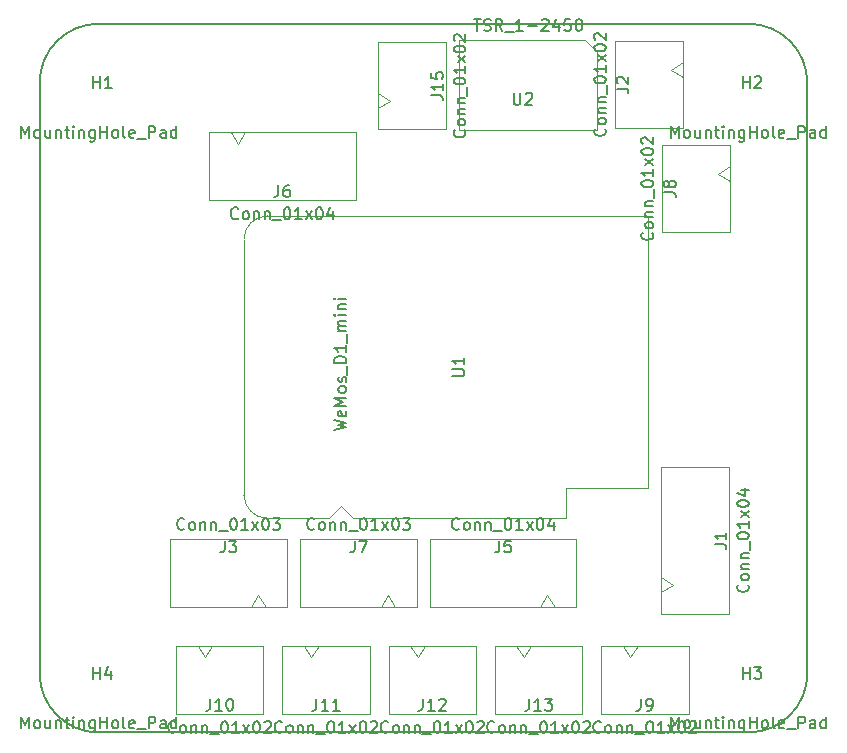
<source format=gbr>
%TF.GenerationSoftware,KiCad,Pcbnew,(5.1.9)-1*%
%TF.CreationDate,2021-06-08T13:47:19+02:00*%
%TF.ProjectId,19_WIFI_Generic,31395f57-4946-4495-9f47-656e65726963,rev?*%
%TF.SameCoordinates,Original*%
%TF.FileFunction,Other,Fab,Top*%
%FSLAX46Y46*%
G04 Gerber Fmt 4.6, Leading zero omitted, Abs format (unit mm)*
G04 Created by KiCad (PCBNEW (5.1.9)-1) date 2021-06-08 13:47:19*
%MOMM*%
%LPD*%
G01*
G04 APERTURE LIST*
%TA.AperFunction,Profile*%
%ADD10C,0.150000*%
%TD*%
%ADD11C,0.100000*%
%ADD12C,0.150000*%
G04 APERTURE END LIST*
D10*
X175000000Y-80000000D02*
G75*
G02*
X180000000Y-85000000I0J-5000000D01*
G01*
X180000000Y-135000000D02*
G75*
G02*
X175000000Y-140000000I-5000000J0D01*
G01*
X120000000Y-140000000D02*
G75*
G02*
X115000000Y-135000000I0J5000000D01*
G01*
X115000000Y-85000000D02*
G75*
G02*
X120000000Y-80000000I5000000J0D01*
G01*
X115000000Y-135000000D02*
X115000000Y-85000000D01*
X175000000Y-140000000D02*
X120000000Y-140000000D01*
X180000000Y-85000000D02*
X180000000Y-135000000D01*
X120000000Y-80000000D02*
X175000000Y-80000000D01*
D11*
%TO.C,U1*%
X140500000Y-120870000D02*
X139500000Y-121870000D01*
X141500000Y-121870000D02*
X140500000Y-120870000D01*
X134290000Y-121870000D02*
X139500000Y-121870000D01*
X159590000Y-119330000D02*
X166490000Y-119330000D01*
X159590000Y-121870000D02*
X159590000Y-119330000D01*
X141500000Y-121870000D02*
X159590000Y-121870000D01*
X132290000Y-98270000D02*
X132290000Y-119870000D01*
X166490000Y-96270000D02*
X134290000Y-96270000D01*
X166490000Y-119330000D02*
X166490000Y-96270000D01*
X134290000Y-121870000D02*
G75*
G02*
X132290000Y-119870000I0J2000000D01*
G01*
X132290000Y-98250000D02*
G75*
G02*
X134310000Y-96270000I2000000J-20000D01*
G01*
%TO.C,U2*%
X162200000Y-82400000D02*
X161200000Y-81400000D01*
X162200000Y-82400000D02*
X162200000Y-89000000D01*
X150500000Y-81400000D02*
X150500000Y-89000000D01*
X162200000Y-89000000D02*
X150500000Y-89000000D01*
X161200000Y-81400000D02*
X150500000Y-81400000D01*
%TO.C,J1*%
X167650000Y-129950000D02*
X173400000Y-129950000D01*
X173400000Y-129950000D02*
X173400000Y-117550000D01*
X173400000Y-117550000D02*
X167650000Y-117550000D01*
X167650000Y-117550000D02*
X167650000Y-129950000D01*
X167650000Y-128125000D02*
X168650000Y-127500000D01*
X168650000Y-127500000D02*
X167650000Y-126875000D01*
%TO.C,J2*%
X168450000Y-83900000D02*
X169450000Y-84525000D01*
X169450000Y-83275000D02*
X168450000Y-83900000D01*
X169450000Y-88850000D02*
X169450000Y-81450000D01*
X163700000Y-88850000D02*
X169450000Y-88850000D01*
X163700000Y-81450000D02*
X163700000Y-88850000D01*
X169450000Y-81450000D02*
X163700000Y-81450000D01*
%TO.C,J5*%
X160450000Y-129350000D02*
X160450000Y-123600000D01*
X160450000Y-123600000D02*
X148050000Y-123600000D01*
X148050000Y-123600000D02*
X148050000Y-129350000D01*
X148050000Y-129350000D02*
X160450000Y-129350000D01*
X158625000Y-129350000D02*
X158000000Y-128350000D01*
X158000000Y-128350000D02*
X157375000Y-129350000D01*
%TO.C,J6*%
X131800000Y-90150000D02*
X132425000Y-89150000D01*
X131175000Y-89150000D02*
X131800000Y-90150000D01*
X141750000Y-89150000D02*
X129350000Y-89150000D01*
X141750000Y-94900000D02*
X141750000Y-89150000D01*
X129350000Y-94900000D02*
X141750000Y-94900000D01*
X129350000Y-89150000D02*
X129350000Y-94900000D01*
%TO.C,J7*%
X146950000Y-129350000D02*
X146950000Y-123600000D01*
X146950000Y-123600000D02*
X137050000Y-123600000D01*
X137050000Y-123600000D02*
X137050000Y-129350000D01*
X137050000Y-129350000D02*
X146950000Y-129350000D01*
X145125000Y-129350000D02*
X144500000Y-128350000D01*
X144500000Y-128350000D02*
X143875000Y-129350000D01*
%TO.C,J8*%
X173450000Y-90250000D02*
X167700000Y-90250000D01*
X167700000Y-90250000D02*
X167700000Y-97650000D01*
X167700000Y-97650000D02*
X173450000Y-97650000D01*
X173450000Y-97650000D02*
X173450000Y-90250000D01*
X173450000Y-92075000D02*
X172450000Y-92700000D01*
X172450000Y-92700000D02*
X173450000Y-93325000D01*
%TO.C,J9*%
X162550000Y-132650000D02*
X162550000Y-138400000D01*
X162550000Y-138400000D02*
X169950000Y-138400000D01*
X169950000Y-138400000D02*
X169950000Y-132650000D01*
X169950000Y-132650000D02*
X162550000Y-132650000D01*
X164375000Y-132650000D02*
X165000000Y-133650000D01*
X165000000Y-133650000D02*
X165625000Y-132650000D01*
%TO.C,J10*%
X129000000Y-133650000D02*
X129625000Y-132650000D01*
X128375000Y-132650000D02*
X129000000Y-133650000D01*
X133950000Y-132650000D02*
X126550000Y-132650000D01*
X133950000Y-138400000D02*
X133950000Y-132650000D01*
X126550000Y-138400000D02*
X133950000Y-138400000D01*
X126550000Y-132650000D02*
X126550000Y-138400000D01*
%TO.C,J11*%
X135550000Y-132650000D02*
X135550000Y-138400000D01*
X135550000Y-138400000D02*
X142950000Y-138400000D01*
X142950000Y-138400000D02*
X142950000Y-132650000D01*
X142950000Y-132650000D02*
X135550000Y-132650000D01*
X137375000Y-132650000D02*
X138000000Y-133650000D01*
X138000000Y-133650000D02*
X138625000Y-132650000D01*
%TO.C,J12*%
X144550000Y-132650000D02*
X144550000Y-138400000D01*
X144550000Y-138400000D02*
X151950000Y-138400000D01*
X151950000Y-138400000D02*
X151950000Y-132650000D01*
X151950000Y-132650000D02*
X144550000Y-132650000D01*
X146375000Y-132650000D02*
X147000000Y-133650000D01*
X147000000Y-133650000D02*
X147625000Y-132650000D01*
%TO.C,J13*%
X156000000Y-133650000D02*
X156625000Y-132650000D01*
X155375000Y-132650000D02*
X156000000Y-133650000D01*
X160950000Y-132650000D02*
X153550000Y-132650000D01*
X160950000Y-138400000D02*
X160950000Y-132650000D01*
X153550000Y-138400000D02*
X160950000Y-138400000D01*
X153550000Y-132650000D02*
X153550000Y-138400000D01*
%TO.C,J15*%
X143650000Y-88950000D02*
X149400000Y-88950000D01*
X149400000Y-88950000D02*
X149400000Y-81550000D01*
X149400000Y-81550000D02*
X143650000Y-81550000D01*
X143650000Y-81550000D02*
X143650000Y-88950000D01*
X143650000Y-87125000D02*
X144650000Y-86500000D01*
X144650000Y-86500000D02*
X143650000Y-85875000D01*
%TO.C,J3*%
X135950000Y-129350000D02*
X135950000Y-123600000D01*
X135950000Y-123600000D02*
X126050000Y-123600000D01*
X126050000Y-123600000D02*
X126050000Y-129350000D01*
X126050000Y-129350000D02*
X135950000Y-129350000D01*
X134125000Y-129350000D02*
X133500000Y-128350000D01*
X133500000Y-128350000D02*
X132875000Y-129350000D01*
%TD*%
%TO.C,H3*%
D12*
X168428571Y-139652380D02*
X168428571Y-138652380D01*
X168761904Y-139366666D01*
X169095238Y-138652380D01*
X169095238Y-139652380D01*
X169714285Y-139652380D02*
X169619047Y-139604761D01*
X169571428Y-139557142D01*
X169523809Y-139461904D01*
X169523809Y-139176190D01*
X169571428Y-139080952D01*
X169619047Y-139033333D01*
X169714285Y-138985714D01*
X169857142Y-138985714D01*
X169952380Y-139033333D01*
X170000000Y-139080952D01*
X170047619Y-139176190D01*
X170047619Y-139461904D01*
X170000000Y-139557142D01*
X169952380Y-139604761D01*
X169857142Y-139652380D01*
X169714285Y-139652380D01*
X170904761Y-138985714D02*
X170904761Y-139652380D01*
X170476190Y-138985714D02*
X170476190Y-139509523D01*
X170523809Y-139604761D01*
X170619047Y-139652380D01*
X170761904Y-139652380D01*
X170857142Y-139604761D01*
X170904761Y-139557142D01*
X171380952Y-138985714D02*
X171380952Y-139652380D01*
X171380952Y-139080952D02*
X171428571Y-139033333D01*
X171523809Y-138985714D01*
X171666666Y-138985714D01*
X171761904Y-139033333D01*
X171809523Y-139128571D01*
X171809523Y-139652380D01*
X172142857Y-138985714D02*
X172523809Y-138985714D01*
X172285714Y-138652380D02*
X172285714Y-139509523D01*
X172333333Y-139604761D01*
X172428571Y-139652380D01*
X172523809Y-139652380D01*
X172857142Y-139652380D02*
X172857142Y-138985714D01*
X172857142Y-138652380D02*
X172809523Y-138700000D01*
X172857142Y-138747619D01*
X172904761Y-138700000D01*
X172857142Y-138652380D01*
X172857142Y-138747619D01*
X173333333Y-138985714D02*
X173333333Y-139652380D01*
X173333333Y-139080952D02*
X173380952Y-139033333D01*
X173476190Y-138985714D01*
X173619047Y-138985714D01*
X173714285Y-139033333D01*
X173761904Y-139128571D01*
X173761904Y-139652380D01*
X174666666Y-138985714D02*
X174666666Y-139795238D01*
X174619047Y-139890476D01*
X174571428Y-139938095D01*
X174476190Y-139985714D01*
X174333333Y-139985714D01*
X174238095Y-139938095D01*
X174666666Y-139604761D02*
X174571428Y-139652380D01*
X174380952Y-139652380D01*
X174285714Y-139604761D01*
X174238095Y-139557142D01*
X174190476Y-139461904D01*
X174190476Y-139176190D01*
X174238095Y-139080952D01*
X174285714Y-139033333D01*
X174380952Y-138985714D01*
X174571428Y-138985714D01*
X174666666Y-139033333D01*
X175142857Y-139652380D02*
X175142857Y-138652380D01*
X175142857Y-139128571D02*
X175714285Y-139128571D01*
X175714285Y-139652380D02*
X175714285Y-138652380D01*
X176333333Y-139652380D02*
X176238095Y-139604761D01*
X176190476Y-139557142D01*
X176142857Y-139461904D01*
X176142857Y-139176190D01*
X176190476Y-139080952D01*
X176238095Y-139033333D01*
X176333333Y-138985714D01*
X176476190Y-138985714D01*
X176571428Y-139033333D01*
X176619047Y-139080952D01*
X176666666Y-139176190D01*
X176666666Y-139461904D01*
X176619047Y-139557142D01*
X176571428Y-139604761D01*
X176476190Y-139652380D01*
X176333333Y-139652380D01*
X177238095Y-139652380D02*
X177142857Y-139604761D01*
X177095238Y-139509523D01*
X177095238Y-138652380D01*
X178000000Y-139604761D02*
X177904761Y-139652380D01*
X177714285Y-139652380D01*
X177619047Y-139604761D01*
X177571428Y-139509523D01*
X177571428Y-139128571D01*
X177619047Y-139033333D01*
X177714285Y-138985714D01*
X177904761Y-138985714D01*
X178000000Y-139033333D01*
X178047619Y-139128571D01*
X178047619Y-139223809D01*
X177571428Y-139319047D01*
X178238095Y-139747619D02*
X179000000Y-139747619D01*
X179238095Y-139652380D02*
X179238095Y-138652380D01*
X179619047Y-138652380D01*
X179714285Y-138700000D01*
X179761904Y-138747619D01*
X179809523Y-138842857D01*
X179809523Y-138985714D01*
X179761904Y-139080952D01*
X179714285Y-139128571D01*
X179619047Y-139176190D01*
X179238095Y-139176190D01*
X180666666Y-139652380D02*
X180666666Y-139128571D01*
X180619047Y-139033333D01*
X180523809Y-138985714D01*
X180333333Y-138985714D01*
X180238095Y-139033333D01*
X180666666Y-139604761D02*
X180571428Y-139652380D01*
X180333333Y-139652380D01*
X180238095Y-139604761D01*
X180190476Y-139509523D01*
X180190476Y-139414285D01*
X180238095Y-139319047D01*
X180333333Y-139271428D01*
X180571428Y-139271428D01*
X180666666Y-139223809D01*
X181571428Y-139652380D02*
X181571428Y-138652380D01*
X181571428Y-139604761D02*
X181476190Y-139652380D01*
X181285714Y-139652380D01*
X181190476Y-139604761D01*
X181142857Y-139557142D01*
X181095238Y-139461904D01*
X181095238Y-139176190D01*
X181142857Y-139080952D01*
X181190476Y-139033333D01*
X181285714Y-138985714D01*
X181476190Y-138985714D01*
X181571428Y-139033333D01*
X174538095Y-135452380D02*
X174538095Y-134452380D01*
X174538095Y-134928571D02*
X175109523Y-134928571D01*
X175109523Y-135452380D02*
X175109523Y-134452380D01*
X175490476Y-134452380D02*
X176109523Y-134452380D01*
X175776190Y-134833333D01*
X175919047Y-134833333D01*
X176014285Y-134880952D01*
X176061904Y-134928571D01*
X176109523Y-135023809D01*
X176109523Y-135261904D01*
X176061904Y-135357142D01*
X176014285Y-135404761D01*
X175919047Y-135452380D01*
X175633333Y-135452380D01*
X175538095Y-135404761D01*
X175490476Y-135357142D01*
%TO.C,H1*%
X113428571Y-89652380D02*
X113428571Y-88652380D01*
X113761904Y-89366666D01*
X114095238Y-88652380D01*
X114095238Y-89652380D01*
X114714285Y-89652380D02*
X114619047Y-89604761D01*
X114571428Y-89557142D01*
X114523809Y-89461904D01*
X114523809Y-89176190D01*
X114571428Y-89080952D01*
X114619047Y-89033333D01*
X114714285Y-88985714D01*
X114857142Y-88985714D01*
X114952380Y-89033333D01*
X115000000Y-89080952D01*
X115047619Y-89176190D01*
X115047619Y-89461904D01*
X115000000Y-89557142D01*
X114952380Y-89604761D01*
X114857142Y-89652380D01*
X114714285Y-89652380D01*
X115904761Y-88985714D02*
X115904761Y-89652380D01*
X115476190Y-88985714D02*
X115476190Y-89509523D01*
X115523809Y-89604761D01*
X115619047Y-89652380D01*
X115761904Y-89652380D01*
X115857142Y-89604761D01*
X115904761Y-89557142D01*
X116380952Y-88985714D02*
X116380952Y-89652380D01*
X116380952Y-89080952D02*
X116428571Y-89033333D01*
X116523809Y-88985714D01*
X116666666Y-88985714D01*
X116761904Y-89033333D01*
X116809523Y-89128571D01*
X116809523Y-89652380D01*
X117142857Y-88985714D02*
X117523809Y-88985714D01*
X117285714Y-88652380D02*
X117285714Y-89509523D01*
X117333333Y-89604761D01*
X117428571Y-89652380D01*
X117523809Y-89652380D01*
X117857142Y-89652380D02*
X117857142Y-88985714D01*
X117857142Y-88652380D02*
X117809523Y-88700000D01*
X117857142Y-88747619D01*
X117904761Y-88700000D01*
X117857142Y-88652380D01*
X117857142Y-88747619D01*
X118333333Y-88985714D02*
X118333333Y-89652380D01*
X118333333Y-89080952D02*
X118380952Y-89033333D01*
X118476190Y-88985714D01*
X118619047Y-88985714D01*
X118714285Y-89033333D01*
X118761904Y-89128571D01*
X118761904Y-89652380D01*
X119666666Y-88985714D02*
X119666666Y-89795238D01*
X119619047Y-89890476D01*
X119571428Y-89938095D01*
X119476190Y-89985714D01*
X119333333Y-89985714D01*
X119238095Y-89938095D01*
X119666666Y-89604761D02*
X119571428Y-89652380D01*
X119380952Y-89652380D01*
X119285714Y-89604761D01*
X119238095Y-89557142D01*
X119190476Y-89461904D01*
X119190476Y-89176190D01*
X119238095Y-89080952D01*
X119285714Y-89033333D01*
X119380952Y-88985714D01*
X119571428Y-88985714D01*
X119666666Y-89033333D01*
X120142857Y-89652380D02*
X120142857Y-88652380D01*
X120142857Y-89128571D02*
X120714285Y-89128571D01*
X120714285Y-89652380D02*
X120714285Y-88652380D01*
X121333333Y-89652380D02*
X121238095Y-89604761D01*
X121190476Y-89557142D01*
X121142857Y-89461904D01*
X121142857Y-89176190D01*
X121190476Y-89080952D01*
X121238095Y-89033333D01*
X121333333Y-88985714D01*
X121476190Y-88985714D01*
X121571428Y-89033333D01*
X121619047Y-89080952D01*
X121666666Y-89176190D01*
X121666666Y-89461904D01*
X121619047Y-89557142D01*
X121571428Y-89604761D01*
X121476190Y-89652380D01*
X121333333Y-89652380D01*
X122238095Y-89652380D02*
X122142857Y-89604761D01*
X122095238Y-89509523D01*
X122095238Y-88652380D01*
X123000000Y-89604761D02*
X122904761Y-89652380D01*
X122714285Y-89652380D01*
X122619047Y-89604761D01*
X122571428Y-89509523D01*
X122571428Y-89128571D01*
X122619047Y-89033333D01*
X122714285Y-88985714D01*
X122904761Y-88985714D01*
X123000000Y-89033333D01*
X123047619Y-89128571D01*
X123047619Y-89223809D01*
X122571428Y-89319047D01*
X123238095Y-89747619D02*
X124000000Y-89747619D01*
X124238095Y-89652380D02*
X124238095Y-88652380D01*
X124619047Y-88652380D01*
X124714285Y-88700000D01*
X124761904Y-88747619D01*
X124809523Y-88842857D01*
X124809523Y-88985714D01*
X124761904Y-89080952D01*
X124714285Y-89128571D01*
X124619047Y-89176190D01*
X124238095Y-89176190D01*
X125666666Y-89652380D02*
X125666666Y-89128571D01*
X125619047Y-89033333D01*
X125523809Y-88985714D01*
X125333333Y-88985714D01*
X125238095Y-89033333D01*
X125666666Y-89604761D02*
X125571428Y-89652380D01*
X125333333Y-89652380D01*
X125238095Y-89604761D01*
X125190476Y-89509523D01*
X125190476Y-89414285D01*
X125238095Y-89319047D01*
X125333333Y-89271428D01*
X125571428Y-89271428D01*
X125666666Y-89223809D01*
X126571428Y-89652380D02*
X126571428Y-88652380D01*
X126571428Y-89604761D02*
X126476190Y-89652380D01*
X126285714Y-89652380D01*
X126190476Y-89604761D01*
X126142857Y-89557142D01*
X126095238Y-89461904D01*
X126095238Y-89176190D01*
X126142857Y-89080952D01*
X126190476Y-89033333D01*
X126285714Y-88985714D01*
X126476190Y-88985714D01*
X126571428Y-89033333D01*
X119538095Y-85452380D02*
X119538095Y-84452380D01*
X119538095Y-84928571D02*
X120109523Y-84928571D01*
X120109523Y-85452380D02*
X120109523Y-84452380D01*
X121109523Y-85452380D02*
X120538095Y-85452380D01*
X120823809Y-85452380D02*
X120823809Y-84452380D01*
X120728571Y-84595238D01*
X120633333Y-84690476D01*
X120538095Y-84738095D01*
%TO.C,H2*%
X168428571Y-89652380D02*
X168428571Y-88652380D01*
X168761904Y-89366666D01*
X169095238Y-88652380D01*
X169095238Y-89652380D01*
X169714285Y-89652380D02*
X169619047Y-89604761D01*
X169571428Y-89557142D01*
X169523809Y-89461904D01*
X169523809Y-89176190D01*
X169571428Y-89080952D01*
X169619047Y-89033333D01*
X169714285Y-88985714D01*
X169857142Y-88985714D01*
X169952380Y-89033333D01*
X170000000Y-89080952D01*
X170047619Y-89176190D01*
X170047619Y-89461904D01*
X170000000Y-89557142D01*
X169952380Y-89604761D01*
X169857142Y-89652380D01*
X169714285Y-89652380D01*
X170904761Y-88985714D02*
X170904761Y-89652380D01*
X170476190Y-88985714D02*
X170476190Y-89509523D01*
X170523809Y-89604761D01*
X170619047Y-89652380D01*
X170761904Y-89652380D01*
X170857142Y-89604761D01*
X170904761Y-89557142D01*
X171380952Y-88985714D02*
X171380952Y-89652380D01*
X171380952Y-89080952D02*
X171428571Y-89033333D01*
X171523809Y-88985714D01*
X171666666Y-88985714D01*
X171761904Y-89033333D01*
X171809523Y-89128571D01*
X171809523Y-89652380D01*
X172142857Y-88985714D02*
X172523809Y-88985714D01*
X172285714Y-88652380D02*
X172285714Y-89509523D01*
X172333333Y-89604761D01*
X172428571Y-89652380D01*
X172523809Y-89652380D01*
X172857142Y-89652380D02*
X172857142Y-88985714D01*
X172857142Y-88652380D02*
X172809523Y-88700000D01*
X172857142Y-88747619D01*
X172904761Y-88700000D01*
X172857142Y-88652380D01*
X172857142Y-88747619D01*
X173333333Y-88985714D02*
X173333333Y-89652380D01*
X173333333Y-89080952D02*
X173380952Y-89033333D01*
X173476190Y-88985714D01*
X173619047Y-88985714D01*
X173714285Y-89033333D01*
X173761904Y-89128571D01*
X173761904Y-89652380D01*
X174666666Y-88985714D02*
X174666666Y-89795238D01*
X174619047Y-89890476D01*
X174571428Y-89938095D01*
X174476190Y-89985714D01*
X174333333Y-89985714D01*
X174238095Y-89938095D01*
X174666666Y-89604761D02*
X174571428Y-89652380D01*
X174380952Y-89652380D01*
X174285714Y-89604761D01*
X174238095Y-89557142D01*
X174190476Y-89461904D01*
X174190476Y-89176190D01*
X174238095Y-89080952D01*
X174285714Y-89033333D01*
X174380952Y-88985714D01*
X174571428Y-88985714D01*
X174666666Y-89033333D01*
X175142857Y-89652380D02*
X175142857Y-88652380D01*
X175142857Y-89128571D02*
X175714285Y-89128571D01*
X175714285Y-89652380D02*
X175714285Y-88652380D01*
X176333333Y-89652380D02*
X176238095Y-89604761D01*
X176190476Y-89557142D01*
X176142857Y-89461904D01*
X176142857Y-89176190D01*
X176190476Y-89080952D01*
X176238095Y-89033333D01*
X176333333Y-88985714D01*
X176476190Y-88985714D01*
X176571428Y-89033333D01*
X176619047Y-89080952D01*
X176666666Y-89176190D01*
X176666666Y-89461904D01*
X176619047Y-89557142D01*
X176571428Y-89604761D01*
X176476190Y-89652380D01*
X176333333Y-89652380D01*
X177238095Y-89652380D02*
X177142857Y-89604761D01*
X177095238Y-89509523D01*
X177095238Y-88652380D01*
X178000000Y-89604761D02*
X177904761Y-89652380D01*
X177714285Y-89652380D01*
X177619047Y-89604761D01*
X177571428Y-89509523D01*
X177571428Y-89128571D01*
X177619047Y-89033333D01*
X177714285Y-88985714D01*
X177904761Y-88985714D01*
X178000000Y-89033333D01*
X178047619Y-89128571D01*
X178047619Y-89223809D01*
X177571428Y-89319047D01*
X178238095Y-89747619D02*
X179000000Y-89747619D01*
X179238095Y-89652380D02*
X179238095Y-88652380D01*
X179619047Y-88652380D01*
X179714285Y-88700000D01*
X179761904Y-88747619D01*
X179809523Y-88842857D01*
X179809523Y-88985714D01*
X179761904Y-89080952D01*
X179714285Y-89128571D01*
X179619047Y-89176190D01*
X179238095Y-89176190D01*
X180666666Y-89652380D02*
X180666666Y-89128571D01*
X180619047Y-89033333D01*
X180523809Y-88985714D01*
X180333333Y-88985714D01*
X180238095Y-89033333D01*
X180666666Y-89604761D02*
X180571428Y-89652380D01*
X180333333Y-89652380D01*
X180238095Y-89604761D01*
X180190476Y-89509523D01*
X180190476Y-89414285D01*
X180238095Y-89319047D01*
X180333333Y-89271428D01*
X180571428Y-89271428D01*
X180666666Y-89223809D01*
X181571428Y-89652380D02*
X181571428Y-88652380D01*
X181571428Y-89604761D02*
X181476190Y-89652380D01*
X181285714Y-89652380D01*
X181190476Y-89604761D01*
X181142857Y-89557142D01*
X181095238Y-89461904D01*
X181095238Y-89176190D01*
X181142857Y-89080952D01*
X181190476Y-89033333D01*
X181285714Y-88985714D01*
X181476190Y-88985714D01*
X181571428Y-89033333D01*
X174538095Y-85452380D02*
X174538095Y-84452380D01*
X174538095Y-84928571D02*
X175109523Y-84928571D01*
X175109523Y-85452380D02*
X175109523Y-84452380D01*
X175538095Y-84547619D02*
X175585714Y-84500000D01*
X175680952Y-84452380D01*
X175919047Y-84452380D01*
X176014285Y-84500000D01*
X176061904Y-84547619D01*
X176109523Y-84642857D01*
X176109523Y-84738095D01*
X176061904Y-84880952D01*
X175490476Y-85452380D01*
X176109523Y-85452380D01*
%TO.C,H4*%
X113428571Y-139652380D02*
X113428571Y-138652380D01*
X113761904Y-139366666D01*
X114095238Y-138652380D01*
X114095238Y-139652380D01*
X114714285Y-139652380D02*
X114619047Y-139604761D01*
X114571428Y-139557142D01*
X114523809Y-139461904D01*
X114523809Y-139176190D01*
X114571428Y-139080952D01*
X114619047Y-139033333D01*
X114714285Y-138985714D01*
X114857142Y-138985714D01*
X114952380Y-139033333D01*
X115000000Y-139080952D01*
X115047619Y-139176190D01*
X115047619Y-139461904D01*
X115000000Y-139557142D01*
X114952380Y-139604761D01*
X114857142Y-139652380D01*
X114714285Y-139652380D01*
X115904761Y-138985714D02*
X115904761Y-139652380D01*
X115476190Y-138985714D02*
X115476190Y-139509523D01*
X115523809Y-139604761D01*
X115619047Y-139652380D01*
X115761904Y-139652380D01*
X115857142Y-139604761D01*
X115904761Y-139557142D01*
X116380952Y-138985714D02*
X116380952Y-139652380D01*
X116380952Y-139080952D02*
X116428571Y-139033333D01*
X116523809Y-138985714D01*
X116666666Y-138985714D01*
X116761904Y-139033333D01*
X116809523Y-139128571D01*
X116809523Y-139652380D01*
X117142857Y-138985714D02*
X117523809Y-138985714D01*
X117285714Y-138652380D02*
X117285714Y-139509523D01*
X117333333Y-139604761D01*
X117428571Y-139652380D01*
X117523809Y-139652380D01*
X117857142Y-139652380D02*
X117857142Y-138985714D01*
X117857142Y-138652380D02*
X117809523Y-138700000D01*
X117857142Y-138747619D01*
X117904761Y-138700000D01*
X117857142Y-138652380D01*
X117857142Y-138747619D01*
X118333333Y-138985714D02*
X118333333Y-139652380D01*
X118333333Y-139080952D02*
X118380952Y-139033333D01*
X118476190Y-138985714D01*
X118619047Y-138985714D01*
X118714285Y-139033333D01*
X118761904Y-139128571D01*
X118761904Y-139652380D01*
X119666666Y-138985714D02*
X119666666Y-139795238D01*
X119619047Y-139890476D01*
X119571428Y-139938095D01*
X119476190Y-139985714D01*
X119333333Y-139985714D01*
X119238095Y-139938095D01*
X119666666Y-139604761D02*
X119571428Y-139652380D01*
X119380952Y-139652380D01*
X119285714Y-139604761D01*
X119238095Y-139557142D01*
X119190476Y-139461904D01*
X119190476Y-139176190D01*
X119238095Y-139080952D01*
X119285714Y-139033333D01*
X119380952Y-138985714D01*
X119571428Y-138985714D01*
X119666666Y-139033333D01*
X120142857Y-139652380D02*
X120142857Y-138652380D01*
X120142857Y-139128571D02*
X120714285Y-139128571D01*
X120714285Y-139652380D02*
X120714285Y-138652380D01*
X121333333Y-139652380D02*
X121238095Y-139604761D01*
X121190476Y-139557142D01*
X121142857Y-139461904D01*
X121142857Y-139176190D01*
X121190476Y-139080952D01*
X121238095Y-139033333D01*
X121333333Y-138985714D01*
X121476190Y-138985714D01*
X121571428Y-139033333D01*
X121619047Y-139080952D01*
X121666666Y-139176190D01*
X121666666Y-139461904D01*
X121619047Y-139557142D01*
X121571428Y-139604761D01*
X121476190Y-139652380D01*
X121333333Y-139652380D01*
X122238095Y-139652380D02*
X122142857Y-139604761D01*
X122095238Y-139509523D01*
X122095238Y-138652380D01*
X123000000Y-139604761D02*
X122904761Y-139652380D01*
X122714285Y-139652380D01*
X122619047Y-139604761D01*
X122571428Y-139509523D01*
X122571428Y-139128571D01*
X122619047Y-139033333D01*
X122714285Y-138985714D01*
X122904761Y-138985714D01*
X123000000Y-139033333D01*
X123047619Y-139128571D01*
X123047619Y-139223809D01*
X122571428Y-139319047D01*
X123238095Y-139747619D02*
X124000000Y-139747619D01*
X124238095Y-139652380D02*
X124238095Y-138652380D01*
X124619047Y-138652380D01*
X124714285Y-138700000D01*
X124761904Y-138747619D01*
X124809523Y-138842857D01*
X124809523Y-138985714D01*
X124761904Y-139080952D01*
X124714285Y-139128571D01*
X124619047Y-139176190D01*
X124238095Y-139176190D01*
X125666666Y-139652380D02*
X125666666Y-139128571D01*
X125619047Y-139033333D01*
X125523809Y-138985714D01*
X125333333Y-138985714D01*
X125238095Y-139033333D01*
X125666666Y-139604761D02*
X125571428Y-139652380D01*
X125333333Y-139652380D01*
X125238095Y-139604761D01*
X125190476Y-139509523D01*
X125190476Y-139414285D01*
X125238095Y-139319047D01*
X125333333Y-139271428D01*
X125571428Y-139271428D01*
X125666666Y-139223809D01*
X126571428Y-139652380D02*
X126571428Y-138652380D01*
X126571428Y-139604761D02*
X126476190Y-139652380D01*
X126285714Y-139652380D01*
X126190476Y-139604761D01*
X126142857Y-139557142D01*
X126095238Y-139461904D01*
X126095238Y-139176190D01*
X126142857Y-139080952D01*
X126190476Y-139033333D01*
X126285714Y-138985714D01*
X126476190Y-138985714D01*
X126571428Y-139033333D01*
X119538095Y-135452380D02*
X119538095Y-134452380D01*
X119538095Y-134928571D02*
X120109523Y-134928571D01*
X120109523Y-135452380D02*
X120109523Y-134452380D01*
X121014285Y-134785714D02*
X121014285Y-135452380D01*
X120776190Y-134404761D02*
X120538095Y-135119047D01*
X121157142Y-135119047D01*
%TO.C,U1*%
X139952380Y-114419047D02*
X140952380Y-114180952D01*
X140238095Y-113990476D01*
X140952380Y-113800000D01*
X139952380Y-113561904D01*
X140904761Y-112800000D02*
X140952380Y-112895238D01*
X140952380Y-113085714D01*
X140904761Y-113180952D01*
X140809523Y-113228571D01*
X140428571Y-113228571D01*
X140333333Y-113180952D01*
X140285714Y-113085714D01*
X140285714Y-112895238D01*
X140333333Y-112800000D01*
X140428571Y-112752380D01*
X140523809Y-112752380D01*
X140619047Y-113228571D01*
X140952380Y-112323809D02*
X139952380Y-112323809D01*
X140666666Y-111990476D01*
X139952380Y-111657142D01*
X140952380Y-111657142D01*
X140952380Y-111038095D02*
X140904761Y-111133333D01*
X140857142Y-111180952D01*
X140761904Y-111228571D01*
X140476190Y-111228571D01*
X140380952Y-111180952D01*
X140333333Y-111133333D01*
X140285714Y-111038095D01*
X140285714Y-110895238D01*
X140333333Y-110800000D01*
X140380952Y-110752380D01*
X140476190Y-110704761D01*
X140761904Y-110704761D01*
X140857142Y-110752380D01*
X140904761Y-110800000D01*
X140952380Y-110895238D01*
X140952380Y-111038095D01*
X140904761Y-110323809D02*
X140952380Y-110228571D01*
X140952380Y-110038095D01*
X140904761Y-109942857D01*
X140809523Y-109895238D01*
X140761904Y-109895238D01*
X140666666Y-109942857D01*
X140619047Y-110038095D01*
X140619047Y-110180952D01*
X140571428Y-110276190D01*
X140476190Y-110323809D01*
X140428571Y-110323809D01*
X140333333Y-110276190D01*
X140285714Y-110180952D01*
X140285714Y-110038095D01*
X140333333Y-109942857D01*
X141047619Y-109704761D02*
X141047619Y-108942857D01*
X140952380Y-108704761D02*
X139952380Y-108704761D01*
X139952380Y-108466666D01*
X140000000Y-108323809D01*
X140095238Y-108228571D01*
X140190476Y-108180952D01*
X140380952Y-108133333D01*
X140523809Y-108133333D01*
X140714285Y-108180952D01*
X140809523Y-108228571D01*
X140904761Y-108323809D01*
X140952380Y-108466666D01*
X140952380Y-108704761D01*
X140952380Y-107180952D02*
X140952380Y-107752380D01*
X140952380Y-107466666D02*
X139952380Y-107466666D01*
X140095238Y-107561904D01*
X140190476Y-107657142D01*
X140238095Y-107752380D01*
X141047619Y-106990476D02*
X141047619Y-106228571D01*
X140952380Y-105990476D02*
X140285714Y-105990476D01*
X140380952Y-105990476D02*
X140333333Y-105942857D01*
X140285714Y-105847619D01*
X140285714Y-105704761D01*
X140333333Y-105609523D01*
X140428571Y-105561904D01*
X140952380Y-105561904D01*
X140428571Y-105561904D02*
X140333333Y-105514285D01*
X140285714Y-105419047D01*
X140285714Y-105276190D01*
X140333333Y-105180952D01*
X140428571Y-105133333D01*
X140952380Y-105133333D01*
X140952380Y-104657142D02*
X140285714Y-104657142D01*
X139952380Y-104657142D02*
X140000000Y-104704761D01*
X140047619Y-104657142D01*
X140000000Y-104609523D01*
X139952380Y-104657142D01*
X140047619Y-104657142D01*
X140285714Y-104180952D02*
X140952380Y-104180952D01*
X140380952Y-104180952D02*
X140333333Y-104133333D01*
X140285714Y-104038095D01*
X140285714Y-103895238D01*
X140333333Y-103800000D01*
X140428571Y-103752380D01*
X140952380Y-103752380D01*
X140952380Y-103276190D02*
X140285714Y-103276190D01*
X139952380Y-103276190D02*
X140000000Y-103323809D01*
X140047619Y-103276190D01*
X140000000Y-103228571D01*
X139952380Y-103276190D01*
X140047619Y-103276190D01*
X149952380Y-109831904D02*
X150761904Y-109831904D01*
X150857142Y-109784285D01*
X150904761Y-109736666D01*
X150952380Y-109641428D01*
X150952380Y-109450952D01*
X150904761Y-109355714D01*
X150857142Y-109308095D01*
X150761904Y-109260476D01*
X149952380Y-109260476D01*
X150952380Y-108260476D02*
X150952380Y-108831904D01*
X150952380Y-108546190D02*
X149952380Y-108546190D01*
X150095238Y-108641428D01*
X150190476Y-108736666D01*
X150238095Y-108831904D01*
%TO.C,U2*%
X151757142Y-79602380D02*
X152328571Y-79602380D01*
X152042857Y-80602380D02*
X152042857Y-79602380D01*
X152614285Y-80554761D02*
X152757142Y-80602380D01*
X152995238Y-80602380D01*
X153090476Y-80554761D01*
X153138095Y-80507142D01*
X153185714Y-80411904D01*
X153185714Y-80316666D01*
X153138095Y-80221428D01*
X153090476Y-80173809D01*
X152995238Y-80126190D01*
X152804761Y-80078571D01*
X152709523Y-80030952D01*
X152661904Y-79983333D01*
X152614285Y-79888095D01*
X152614285Y-79792857D01*
X152661904Y-79697619D01*
X152709523Y-79650000D01*
X152804761Y-79602380D01*
X153042857Y-79602380D01*
X153185714Y-79650000D01*
X154185714Y-80602380D02*
X153852380Y-80126190D01*
X153614285Y-80602380D02*
X153614285Y-79602380D01*
X153995238Y-79602380D01*
X154090476Y-79650000D01*
X154138095Y-79697619D01*
X154185714Y-79792857D01*
X154185714Y-79935714D01*
X154138095Y-80030952D01*
X154090476Y-80078571D01*
X153995238Y-80126190D01*
X153614285Y-80126190D01*
X154376190Y-80697619D02*
X155138095Y-80697619D01*
X155900000Y-80602380D02*
X155328571Y-80602380D01*
X155614285Y-80602380D02*
X155614285Y-79602380D01*
X155519047Y-79745238D01*
X155423809Y-79840476D01*
X155328571Y-79888095D01*
X156328571Y-80221428D02*
X157090476Y-80221428D01*
X157519047Y-79697619D02*
X157566666Y-79650000D01*
X157661904Y-79602380D01*
X157900000Y-79602380D01*
X157995238Y-79650000D01*
X158042857Y-79697619D01*
X158090476Y-79792857D01*
X158090476Y-79888095D01*
X158042857Y-80030952D01*
X157471428Y-80602380D01*
X158090476Y-80602380D01*
X158947619Y-79935714D02*
X158947619Y-80602380D01*
X158709523Y-79554761D02*
X158471428Y-80269047D01*
X159090476Y-80269047D01*
X159947619Y-79602380D02*
X159471428Y-79602380D01*
X159423809Y-80078571D01*
X159471428Y-80030952D01*
X159566666Y-79983333D01*
X159804761Y-79983333D01*
X159900000Y-80030952D01*
X159947619Y-80078571D01*
X159995238Y-80173809D01*
X159995238Y-80411904D01*
X159947619Y-80507142D01*
X159900000Y-80554761D01*
X159804761Y-80602380D01*
X159566666Y-80602380D01*
X159471428Y-80554761D01*
X159423809Y-80507142D01*
X160614285Y-79602380D02*
X160709523Y-79602380D01*
X160804761Y-79650000D01*
X160852380Y-79697619D01*
X160900000Y-79792857D01*
X160947619Y-79983333D01*
X160947619Y-80221428D01*
X160900000Y-80411904D01*
X160852380Y-80507142D01*
X160804761Y-80554761D01*
X160709523Y-80602380D01*
X160614285Y-80602380D01*
X160519047Y-80554761D01*
X160471428Y-80507142D01*
X160423809Y-80411904D01*
X160376190Y-80221428D01*
X160376190Y-79983333D01*
X160423809Y-79792857D01*
X160471428Y-79697619D01*
X160519047Y-79650000D01*
X160614285Y-79602380D01*
X155138095Y-85852380D02*
X155138095Y-86661904D01*
X155185714Y-86757142D01*
X155233333Y-86804761D01*
X155328571Y-86852380D01*
X155519047Y-86852380D01*
X155614285Y-86804761D01*
X155661904Y-86757142D01*
X155709523Y-86661904D01*
X155709523Y-85852380D01*
X156138095Y-85947619D02*
X156185714Y-85900000D01*
X156280952Y-85852380D01*
X156519047Y-85852380D01*
X156614285Y-85900000D01*
X156661904Y-85947619D01*
X156709523Y-86042857D01*
X156709523Y-86138095D01*
X156661904Y-86280952D01*
X156090476Y-86852380D01*
X156709523Y-86852380D01*
%TO.C,J1*%
X174957142Y-127488095D02*
X175004761Y-127535714D01*
X175052380Y-127678571D01*
X175052380Y-127773809D01*
X175004761Y-127916666D01*
X174909523Y-128011904D01*
X174814285Y-128059523D01*
X174623809Y-128107142D01*
X174480952Y-128107142D01*
X174290476Y-128059523D01*
X174195238Y-128011904D01*
X174100000Y-127916666D01*
X174052380Y-127773809D01*
X174052380Y-127678571D01*
X174100000Y-127535714D01*
X174147619Y-127488095D01*
X175052380Y-126916666D02*
X175004761Y-127011904D01*
X174957142Y-127059523D01*
X174861904Y-127107142D01*
X174576190Y-127107142D01*
X174480952Y-127059523D01*
X174433333Y-127011904D01*
X174385714Y-126916666D01*
X174385714Y-126773809D01*
X174433333Y-126678571D01*
X174480952Y-126630952D01*
X174576190Y-126583333D01*
X174861904Y-126583333D01*
X174957142Y-126630952D01*
X175004761Y-126678571D01*
X175052380Y-126773809D01*
X175052380Y-126916666D01*
X174385714Y-126154761D02*
X175052380Y-126154761D01*
X174480952Y-126154761D02*
X174433333Y-126107142D01*
X174385714Y-126011904D01*
X174385714Y-125869047D01*
X174433333Y-125773809D01*
X174528571Y-125726190D01*
X175052380Y-125726190D01*
X174385714Y-125250000D02*
X175052380Y-125250000D01*
X174480952Y-125250000D02*
X174433333Y-125202380D01*
X174385714Y-125107142D01*
X174385714Y-124964285D01*
X174433333Y-124869047D01*
X174528571Y-124821428D01*
X175052380Y-124821428D01*
X175147619Y-124583333D02*
X175147619Y-123821428D01*
X174052380Y-123392857D02*
X174052380Y-123297619D01*
X174100000Y-123202380D01*
X174147619Y-123154761D01*
X174242857Y-123107142D01*
X174433333Y-123059523D01*
X174671428Y-123059523D01*
X174861904Y-123107142D01*
X174957142Y-123154761D01*
X175004761Y-123202380D01*
X175052380Y-123297619D01*
X175052380Y-123392857D01*
X175004761Y-123488095D01*
X174957142Y-123535714D01*
X174861904Y-123583333D01*
X174671428Y-123630952D01*
X174433333Y-123630952D01*
X174242857Y-123583333D01*
X174147619Y-123535714D01*
X174100000Y-123488095D01*
X174052380Y-123392857D01*
X175052380Y-122107142D02*
X175052380Y-122678571D01*
X175052380Y-122392857D02*
X174052380Y-122392857D01*
X174195238Y-122488095D01*
X174290476Y-122583333D01*
X174338095Y-122678571D01*
X175052380Y-121773809D02*
X174385714Y-121250000D01*
X174385714Y-121773809D02*
X175052380Y-121250000D01*
X174052380Y-120678571D02*
X174052380Y-120583333D01*
X174100000Y-120488095D01*
X174147619Y-120440476D01*
X174242857Y-120392857D01*
X174433333Y-120345238D01*
X174671428Y-120345238D01*
X174861904Y-120392857D01*
X174957142Y-120440476D01*
X175004761Y-120488095D01*
X175052380Y-120583333D01*
X175052380Y-120678571D01*
X175004761Y-120773809D01*
X174957142Y-120821428D01*
X174861904Y-120869047D01*
X174671428Y-120916666D01*
X174433333Y-120916666D01*
X174242857Y-120869047D01*
X174147619Y-120821428D01*
X174100000Y-120773809D01*
X174052380Y-120678571D01*
X174385714Y-119488095D02*
X175052380Y-119488095D01*
X174004761Y-119726190D02*
X174719047Y-119964285D01*
X174719047Y-119345238D01*
X172152380Y-124083333D02*
X172866666Y-124083333D01*
X173009523Y-124130952D01*
X173104761Y-124226190D01*
X173152380Y-124369047D01*
X173152380Y-124464285D01*
X173152380Y-123083333D02*
X173152380Y-123654761D01*
X173152380Y-123369047D02*
X172152380Y-123369047D01*
X172295238Y-123464285D01*
X172390476Y-123559523D01*
X172438095Y-123654761D01*
%TO.C,J2*%
X162857142Y-88888095D02*
X162904761Y-88935714D01*
X162952380Y-89078571D01*
X162952380Y-89173809D01*
X162904761Y-89316666D01*
X162809523Y-89411904D01*
X162714285Y-89459523D01*
X162523809Y-89507142D01*
X162380952Y-89507142D01*
X162190476Y-89459523D01*
X162095238Y-89411904D01*
X162000000Y-89316666D01*
X161952380Y-89173809D01*
X161952380Y-89078571D01*
X162000000Y-88935714D01*
X162047619Y-88888095D01*
X162952380Y-88316666D02*
X162904761Y-88411904D01*
X162857142Y-88459523D01*
X162761904Y-88507142D01*
X162476190Y-88507142D01*
X162380952Y-88459523D01*
X162333333Y-88411904D01*
X162285714Y-88316666D01*
X162285714Y-88173809D01*
X162333333Y-88078571D01*
X162380952Y-88030952D01*
X162476190Y-87983333D01*
X162761904Y-87983333D01*
X162857142Y-88030952D01*
X162904761Y-88078571D01*
X162952380Y-88173809D01*
X162952380Y-88316666D01*
X162285714Y-87554761D02*
X162952380Y-87554761D01*
X162380952Y-87554761D02*
X162333333Y-87507142D01*
X162285714Y-87411904D01*
X162285714Y-87269047D01*
X162333333Y-87173809D01*
X162428571Y-87126190D01*
X162952380Y-87126190D01*
X162285714Y-86650000D02*
X162952380Y-86650000D01*
X162380952Y-86650000D02*
X162333333Y-86602380D01*
X162285714Y-86507142D01*
X162285714Y-86364285D01*
X162333333Y-86269047D01*
X162428571Y-86221428D01*
X162952380Y-86221428D01*
X163047619Y-85983333D02*
X163047619Y-85221428D01*
X161952380Y-84792857D02*
X161952380Y-84697619D01*
X162000000Y-84602380D01*
X162047619Y-84554761D01*
X162142857Y-84507142D01*
X162333333Y-84459523D01*
X162571428Y-84459523D01*
X162761904Y-84507142D01*
X162857142Y-84554761D01*
X162904761Y-84602380D01*
X162952380Y-84697619D01*
X162952380Y-84792857D01*
X162904761Y-84888095D01*
X162857142Y-84935714D01*
X162761904Y-84983333D01*
X162571428Y-85030952D01*
X162333333Y-85030952D01*
X162142857Y-84983333D01*
X162047619Y-84935714D01*
X162000000Y-84888095D01*
X161952380Y-84792857D01*
X162952380Y-83507142D02*
X162952380Y-84078571D01*
X162952380Y-83792857D02*
X161952380Y-83792857D01*
X162095238Y-83888095D01*
X162190476Y-83983333D01*
X162238095Y-84078571D01*
X162952380Y-83173809D02*
X162285714Y-82650000D01*
X162285714Y-83173809D02*
X162952380Y-82650000D01*
X161952380Y-82078571D02*
X161952380Y-81983333D01*
X162000000Y-81888095D01*
X162047619Y-81840476D01*
X162142857Y-81792857D01*
X162333333Y-81745238D01*
X162571428Y-81745238D01*
X162761904Y-81792857D01*
X162857142Y-81840476D01*
X162904761Y-81888095D01*
X162952380Y-81983333D01*
X162952380Y-82078571D01*
X162904761Y-82173809D01*
X162857142Y-82221428D01*
X162761904Y-82269047D01*
X162571428Y-82316666D01*
X162333333Y-82316666D01*
X162142857Y-82269047D01*
X162047619Y-82221428D01*
X162000000Y-82173809D01*
X161952380Y-82078571D01*
X162047619Y-81364285D02*
X162000000Y-81316666D01*
X161952380Y-81221428D01*
X161952380Y-80983333D01*
X162000000Y-80888095D01*
X162047619Y-80840476D01*
X162142857Y-80792857D01*
X162238095Y-80792857D01*
X162380952Y-80840476D01*
X162952380Y-81411904D01*
X162952380Y-80792857D01*
X163852380Y-85483333D02*
X164566666Y-85483333D01*
X164709523Y-85530952D01*
X164804761Y-85626190D01*
X164852380Y-85769047D01*
X164852380Y-85864285D01*
X163947619Y-85054761D02*
X163900000Y-85007142D01*
X163852380Y-84911904D01*
X163852380Y-84673809D01*
X163900000Y-84578571D01*
X163947619Y-84530952D01*
X164042857Y-84483333D01*
X164138095Y-84483333D01*
X164280952Y-84530952D01*
X164852380Y-85102380D01*
X164852380Y-84483333D01*
%TO.C,J5*%
X150511904Y-122757142D02*
X150464285Y-122804761D01*
X150321428Y-122852380D01*
X150226190Y-122852380D01*
X150083333Y-122804761D01*
X149988095Y-122709523D01*
X149940476Y-122614285D01*
X149892857Y-122423809D01*
X149892857Y-122280952D01*
X149940476Y-122090476D01*
X149988095Y-121995238D01*
X150083333Y-121900000D01*
X150226190Y-121852380D01*
X150321428Y-121852380D01*
X150464285Y-121900000D01*
X150511904Y-121947619D01*
X151083333Y-122852380D02*
X150988095Y-122804761D01*
X150940476Y-122757142D01*
X150892857Y-122661904D01*
X150892857Y-122376190D01*
X150940476Y-122280952D01*
X150988095Y-122233333D01*
X151083333Y-122185714D01*
X151226190Y-122185714D01*
X151321428Y-122233333D01*
X151369047Y-122280952D01*
X151416666Y-122376190D01*
X151416666Y-122661904D01*
X151369047Y-122757142D01*
X151321428Y-122804761D01*
X151226190Y-122852380D01*
X151083333Y-122852380D01*
X151845238Y-122185714D02*
X151845238Y-122852380D01*
X151845238Y-122280952D02*
X151892857Y-122233333D01*
X151988095Y-122185714D01*
X152130952Y-122185714D01*
X152226190Y-122233333D01*
X152273809Y-122328571D01*
X152273809Y-122852380D01*
X152750000Y-122185714D02*
X152750000Y-122852380D01*
X152750000Y-122280952D02*
X152797619Y-122233333D01*
X152892857Y-122185714D01*
X153035714Y-122185714D01*
X153130952Y-122233333D01*
X153178571Y-122328571D01*
X153178571Y-122852380D01*
X153416666Y-122947619D02*
X154178571Y-122947619D01*
X154607142Y-121852380D02*
X154702380Y-121852380D01*
X154797619Y-121900000D01*
X154845238Y-121947619D01*
X154892857Y-122042857D01*
X154940476Y-122233333D01*
X154940476Y-122471428D01*
X154892857Y-122661904D01*
X154845238Y-122757142D01*
X154797619Y-122804761D01*
X154702380Y-122852380D01*
X154607142Y-122852380D01*
X154511904Y-122804761D01*
X154464285Y-122757142D01*
X154416666Y-122661904D01*
X154369047Y-122471428D01*
X154369047Y-122233333D01*
X154416666Y-122042857D01*
X154464285Y-121947619D01*
X154511904Y-121900000D01*
X154607142Y-121852380D01*
X155892857Y-122852380D02*
X155321428Y-122852380D01*
X155607142Y-122852380D02*
X155607142Y-121852380D01*
X155511904Y-121995238D01*
X155416666Y-122090476D01*
X155321428Y-122138095D01*
X156226190Y-122852380D02*
X156750000Y-122185714D01*
X156226190Y-122185714D02*
X156750000Y-122852380D01*
X157321428Y-121852380D02*
X157416666Y-121852380D01*
X157511904Y-121900000D01*
X157559523Y-121947619D01*
X157607142Y-122042857D01*
X157654761Y-122233333D01*
X157654761Y-122471428D01*
X157607142Y-122661904D01*
X157559523Y-122757142D01*
X157511904Y-122804761D01*
X157416666Y-122852380D01*
X157321428Y-122852380D01*
X157226190Y-122804761D01*
X157178571Y-122757142D01*
X157130952Y-122661904D01*
X157083333Y-122471428D01*
X157083333Y-122233333D01*
X157130952Y-122042857D01*
X157178571Y-121947619D01*
X157226190Y-121900000D01*
X157321428Y-121852380D01*
X158511904Y-122185714D02*
X158511904Y-122852380D01*
X158273809Y-121804761D02*
X158035714Y-122519047D01*
X158654761Y-122519047D01*
X153916666Y-123752380D02*
X153916666Y-124466666D01*
X153869047Y-124609523D01*
X153773809Y-124704761D01*
X153630952Y-124752380D01*
X153535714Y-124752380D01*
X154869047Y-123752380D02*
X154392857Y-123752380D01*
X154345238Y-124228571D01*
X154392857Y-124180952D01*
X154488095Y-124133333D01*
X154726190Y-124133333D01*
X154821428Y-124180952D01*
X154869047Y-124228571D01*
X154916666Y-124323809D01*
X154916666Y-124561904D01*
X154869047Y-124657142D01*
X154821428Y-124704761D01*
X154726190Y-124752380D01*
X154488095Y-124752380D01*
X154392857Y-124704761D01*
X154345238Y-124657142D01*
%TO.C,J6*%
X131811904Y-96457142D02*
X131764285Y-96504761D01*
X131621428Y-96552380D01*
X131526190Y-96552380D01*
X131383333Y-96504761D01*
X131288095Y-96409523D01*
X131240476Y-96314285D01*
X131192857Y-96123809D01*
X131192857Y-95980952D01*
X131240476Y-95790476D01*
X131288095Y-95695238D01*
X131383333Y-95600000D01*
X131526190Y-95552380D01*
X131621428Y-95552380D01*
X131764285Y-95600000D01*
X131811904Y-95647619D01*
X132383333Y-96552380D02*
X132288095Y-96504761D01*
X132240476Y-96457142D01*
X132192857Y-96361904D01*
X132192857Y-96076190D01*
X132240476Y-95980952D01*
X132288095Y-95933333D01*
X132383333Y-95885714D01*
X132526190Y-95885714D01*
X132621428Y-95933333D01*
X132669047Y-95980952D01*
X132716666Y-96076190D01*
X132716666Y-96361904D01*
X132669047Y-96457142D01*
X132621428Y-96504761D01*
X132526190Y-96552380D01*
X132383333Y-96552380D01*
X133145238Y-95885714D02*
X133145238Y-96552380D01*
X133145238Y-95980952D02*
X133192857Y-95933333D01*
X133288095Y-95885714D01*
X133430952Y-95885714D01*
X133526190Y-95933333D01*
X133573809Y-96028571D01*
X133573809Y-96552380D01*
X134050000Y-95885714D02*
X134050000Y-96552380D01*
X134050000Y-95980952D02*
X134097619Y-95933333D01*
X134192857Y-95885714D01*
X134335714Y-95885714D01*
X134430952Y-95933333D01*
X134478571Y-96028571D01*
X134478571Y-96552380D01*
X134716666Y-96647619D02*
X135478571Y-96647619D01*
X135907142Y-95552380D02*
X136002380Y-95552380D01*
X136097619Y-95600000D01*
X136145238Y-95647619D01*
X136192857Y-95742857D01*
X136240476Y-95933333D01*
X136240476Y-96171428D01*
X136192857Y-96361904D01*
X136145238Y-96457142D01*
X136097619Y-96504761D01*
X136002380Y-96552380D01*
X135907142Y-96552380D01*
X135811904Y-96504761D01*
X135764285Y-96457142D01*
X135716666Y-96361904D01*
X135669047Y-96171428D01*
X135669047Y-95933333D01*
X135716666Y-95742857D01*
X135764285Y-95647619D01*
X135811904Y-95600000D01*
X135907142Y-95552380D01*
X137192857Y-96552380D02*
X136621428Y-96552380D01*
X136907142Y-96552380D02*
X136907142Y-95552380D01*
X136811904Y-95695238D01*
X136716666Y-95790476D01*
X136621428Y-95838095D01*
X137526190Y-96552380D02*
X138050000Y-95885714D01*
X137526190Y-95885714D02*
X138050000Y-96552380D01*
X138621428Y-95552380D02*
X138716666Y-95552380D01*
X138811904Y-95600000D01*
X138859523Y-95647619D01*
X138907142Y-95742857D01*
X138954761Y-95933333D01*
X138954761Y-96171428D01*
X138907142Y-96361904D01*
X138859523Y-96457142D01*
X138811904Y-96504761D01*
X138716666Y-96552380D01*
X138621428Y-96552380D01*
X138526190Y-96504761D01*
X138478571Y-96457142D01*
X138430952Y-96361904D01*
X138383333Y-96171428D01*
X138383333Y-95933333D01*
X138430952Y-95742857D01*
X138478571Y-95647619D01*
X138526190Y-95600000D01*
X138621428Y-95552380D01*
X139811904Y-95885714D02*
X139811904Y-96552380D01*
X139573809Y-95504761D02*
X139335714Y-96219047D01*
X139954761Y-96219047D01*
X135216666Y-93652380D02*
X135216666Y-94366666D01*
X135169047Y-94509523D01*
X135073809Y-94604761D01*
X134930952Y-94652380D01*
X134835714Y-94652380D01*
X136121428Y-93652380D02*
X135930952Y-93652380D01*
X135835714Y-93700000D01*
X135788095Y-93747619D01*
X135692857Y-93890476D01*
X135645238Y-94080952D01*
X135645238Y-94461904D01*
X135692857Y-94557142D01*
X135740476Y-94604761D01*
X135835714Y-94652380D01*
X136026190Y-94652380D01*
X136121428Y-94604761D01*
X136169047Y-94557142D01*
X136216666Y-94461904D01*
X136216666Y-94223809D01*
X136169047Y-94128571D01*
X136121428Y-94080952D01*
X136026190Y-94033333D01*
X135835714Y-94033333D01*
X135740476Y-94080952D01*
X135692857Y-94128571D01*
X135645238Y-94223809D01*
%TO.C,J7*%
X138261904Y-122757142D02*
X138214285Y-122804761D01*
X138071428Y-122852380D01*
X137976190Y-122852380D01*
X137833333Y-122804761D01*
X137738095Y-122709523D01*
X137690476Y-122614285D01*
X137642857Y-122423809D01*
X137642857Y-122280952D01*
X137690476Y-122090476D01*
X137738095Y-121995238D01*
X137833333Y-121900000D01*
X137976190Y-121852380D01*
X138071428Y-121852380D01*
X138214285Y-121900000D01*
X138261904Y-121947619D01*
X138833333Y-122852380D02*
X138738095Y-122804761D01*
X138690476Y-122757142D01*
X138642857Y-122661904D01*
X138642857Y-122376190D01*
X138690476Y-122280952D01*
X138738095Y-122233333D01*
X138833333Y-122185714D01*
X138976190Y-122185714D01*
X139071428Y-122233333D01*
X139119047Y-122280952D01*
X139166666Y-122376190D01*
X139166666Y-122661904D01*
X139119047Y-122757142D01*
X139071428Y-122804761D01*
X138976190Y-122852380D01*
X138833333Y-122852380D01*
X139595238Y-122185714D02*
X139595238Y-122852380D01*
X139595238Y-122280952D02*
X139642857Y-122233333D01*
X139738095Y-122185714D01*
X139880952Y-122185714D01*
X139976190Y-122233333D01*
X140023809Y-122328571D01*
X140023809Y-122852380D01*
X140500000Y-122185714D02*
X140500000Y-122852380D01*
X140500000Y-122280952D02*
X140547619Y-122233333D01*
X140642857Y-122185714D01*
X140785714Y-122185714D01*
X140880952Y-122233333D01*
X140928571Y-122328571D01*
X140928571Y-122852380D01*
X141166666Y-122947619D02*
X141928571Y-122947619D01*
X142357142Y-121852380D02*
X142452380Y-121852380D01*
X142547619Y-121900000D01*
X142595238Y-121947619D01*
X142642857Y-122042857D01*
X142690476Y-122233333D01*
X142690476Y-122471428D01*
X142642857Y-122661904D01*
X142595238Y-122757142D01*
X142547619Y-122804761D01*
X142452380Y-122852380D01*
X142357142Y-122852380D01*
X142261904Y-122804761D01*
X142214285Y-122757142D01*
X142166666Y-122661904D01*
X142119047Y-122471428D01*
X142119047Y-122233333D01*
X142166666Y-122042857D01*
X142214285Y-121947619D01*
X142261904Y-121900000D01*
X142357142Y-121852380D01*
X143642857Y-122852380D02*
X143071428Y-122852380D01*
X143357142Y-122852380D02*
X143357142Y-121852380D01*
X143261904Y-121995238D01*
X143166666Y-122090476D01*
X143071428Y-122138095D01*
X143976190Y-122852380D02*
X144500000Y-122185714D01*
X143976190Y-122185714D02*
X144500000Y-122852380D01*
X145071428Y-121852380D02*
X145166666Y-121852380D01*
X145261904Y-121900000D01*
X145309523Y-121947619D01*
X145357142Y-122042857D01*
X145404761Y-122233333D01*
X145404761Y-122471428D01*
X145357142Y-122661904D01*
X145309523Y-122757142D01*
X145261904Y-122804761D01*
X145166666Y-122852380D01*
X145071428Y-122852380D01*
X144976190Y-122804761D01*
X144928571Y-122757142D01*
X144880952Y-122661904D01*
X144833333Y-122471428D01*
X144833333Y-122233333D01*
X144880952Y-122042857D01*
X144928571Y-121947619D01*
X144976190Y-121900000D01*
X145071428Y-121852380D01*
X145738095Y-121852380D02*
X146357142Y-121852380D01*
X146023809Y-122233333D01*
X146166666Y-122233333D01*
X146261904Y-122280952D01*
X146309523Y-122328571D01*
X146357142Y-122423809D01*
X146357142Y-122661904D01*
X146309523Y-122757142D01*
X146261904Y-122804761D01*
X146166666Y-122852380D01*
X145880952Y-122852380D01*
X145785714Y-122804761D01*
X145738095Y-122757142D01*
X141666666Y-123752380D02*
X141666666Y-124466666D01*
X141619047Y-124609523D01*
X141523809Y-124704761D01*
X141380952Y-124752380D01*
X141285714Y-124752380D01*
X142047619Y-123752380D02*
X142714285Y-123752380D01*
X142285714Y-124752380D01*
%TO.C,J8*%
X166857142Y-97688095D02*
X166904761Y-97735714D01*
X166952380Y-97878571D01*
X166952380Y-97973809D01*
X166904761Y-98116666D01*
X166809523Y-98211904D01*
X166714285Y-98259523D01*
X166523809Y-98307142D01*
X166380952Y-98307142D01*
X166190476Y-98259523D01*
X166095238Y-98211904D01*
X166000000Y-98116666D01*
X165952380Y-97973809D01*
X165952380Y-97878571D01*
X166000000Y-97735714D01*
X166047619Y-97688095D01*
X166952380Y-97116666D02*
X166904761Y-97211904D01*
X166857142Y-97259523D01*
X166761904Y-97307142D01*
X166476190Y-97307142D01*
X166380952Y-97259523D01*
X166333333Y-97211904D01*
X166285714Y-97116666D01*
X166285714Y-96973809D01*
X166333333Y-96878571D01*
X166380952Y-96830952D01*
X166476190Y-96783333D01*
X166761904Y-96783333D01*
X166857142Y-96830952D01*
X166904761Y-96878571D01*
X166952380Y-96973809D01*
X166952380Y-97116666D01*
X166285714Y-96354761D02*
X166952380Y-96354761D01*
X166380952Y-96354761D02*
X166333333Y-96307142D01*
X166285714Y-96211904D01*
X166285714Y-96069047D01*
X166333333Y-95973809D01*
X166428571Y-95926190D01*
X166952380Y-95926190D01*
X166285714Y-95450000D02*
X166952380Y-95450000D01*
X166380952Y-95450000D02*
X166333333Y-95402380D01*
X166285714Y-95307142D01*
X166285714Y-95164285D01*
X166333333Y-95069047D01*
X166428571Y-95021428D01*
X166952380Y-95021428D01*
X167047619Y-94783333D02*
X167047619Y-94021428D01*
X165952380Y-93592857D02*
X165952380Y-93497619D01*
X166000000Y-93402380D01*
X166047619Y-93354761D01*
X166142857Y-93307142D01*
X166333333Y-93259523D01*
X166571428Y-93259523D01*
X166761904Y-93307142D01*
X166857142Y-93354761D01*
X166904761Y-93402380D01*
X166952380Y-93497619D01*
X166952380Y-93592857D01*
X166904761Y-93688095D01*
X166857142Y-93735714D01*
X166761904Y-93783333D01*
X166571428Y-93830952D01*
X166333333Y-93830952D01*
X166142857Y-93783333D01*
X166047619Y-93735714D01*
X166000000Y-93688095D01*
X165952380Y-93592857D01*
X166952380Y-92307142D02*
X166952380Y-92878571D01*
X166952380Y-92592857D02*
X165952380Y-92592857D01*
X166095238Y-92688095D01*
X166190476Y-92783333D01*
X166238095Y-92878571D01*
X166952380Y-91973809D02*
X166285714Y-91450000D01*
X166285714Y-91973809D02*
X166952380Y-91450000D01*
X165952380Y-90878571D02*
X165952380Y-90783333D01*
X166000000Y-90688095D01*
X166047619Y-90640476D01*
X166142857Y-90592857D01*
X166333333Y-90545238D01*
X166571428Y-90545238D01*
X166761904Y-90592857D01*
X166857142Y-90640476D01*
X166904761Y-90688095D01*
X166952380Y-90783333D01*
X166952380Y-90878571D01*
X166904761Y-90973809D01*
X166857142Y-91021428D01*
X166761904Y-91069047D01*
X166571428Y-91116666D01*
X166333333Y-91116666D01*
X166142857Y-91069047D01*
X166047619Y-91021428D01*
X166000000Y-90973809D01*
X165952380Y-90878571D01*
X166047619Y-90164285D02*
X166000000Y-90116666D01*
X165952380Y-90021428D01*
X165952380Y-89783333D01*
X166000000Y-89688095D01*
X166047619Y-89640476D01*
X166142857Y-89592857D01*
X166238095Y-89592857D01*
X166380952Y-89640476D01*
X166952380Y-90211904D01*
X166952380Y-89592857D01*
X167852380Y-94283333D02*
X168566666Y-94283333D01*
X168709523Y-94330952D01*
X168804761Y-94426190D01*
X168852380Y-94569047D01*
X168852380Y-94664285D01*
X168280952Y-93664285D02*
X168233333Y-93759523D01*
X168185714Y-93807142D01*
X168090476Y-93854761D01*
X168042857Y-93854761D01*
X167947619Y-93807142D01*
X167900000Y-93759523D01*
X167852380Y-93664285D01*
X167852380Y-93473809D01*
X167900000Y-93378571D01*
X167947619Y-93330952D01*
X168042857Y-93283333D01*
X168090476Y-93283333D01*
X168185714Y-93330952D01*
X168233333Y-93378571D01*
X168280952Y-93473809D01*
X168280952Y-93664285D01*
X168328571Y-93759523D01*
X168376190Y-93807142D01*
X168471428Y-93854761D01*
X168661904Y-93854761D01*
X168757142Y-93807142D01*
X168804761Y-93759523D01*
X168852380Y-93664285D01*
X168852380Y-93473809D01*
X168804761Y-93378571D01*
X168757142Y-93330952D01*
X168661904Y-93283333D01*
X168471428Y-93283333D01*
X168376190Y-93330952D01*
X168328571Y-93378571D01*
X168280952Y-93473809D01*
%TO.C,J9*%
X162511904Y-139957142D02*
X162464285Y-140004761D01*
X162321428Y-140052380D01*
X162226190Y-140052380D01*
X162083333Y-140004761D01*
X161988095Y-139909523D01*
X161940476Y-139814285D01*
X161892857Y-139623809D01*
X161892857Y-139480952D01*
X161940476Y-139290476D01*
X161988095Y-139195238D01*
X162083333Y-139100000D01*
X162226190Y-139052380D01*
X162321428Y-139052380D01*
X162464285Y-139100000D01*
X162511904Y-139147619D01*
X163083333Y-140052380D02*
X162988095Y-140004761D01*
X162940476Y-139957142D01*
X162892857Y-139861904D01*
X162892857Y-139576190D01*
X162940476Y-139480952D01*
X162988095Y-139433333D01*
X163083333Y-139385714D01*
X163226190Y-139385714D01*
X163321428Y-139433333D01*
X163369047Y-139480952D01*
X163416666Y-139576190D01*
X163416666Y-139861904D01*
X163369047Y-139957142D01*
X163321428Y-140004761D01*
X163226190Y-140052380D01*
X163083333Y-140052380D01*
X163845238Y-139385714D02*
X163845238Y-140052380D01*
X163845238Y-139480952D02*
X163892857Y-139433333D01*
X163988095Y-139385714D01*
X164130952Y-139385714D01*
X164226190Y-139433333D01*
X164273809Y-139528571D01*
X164273809Y-140052380D01*
X164750000Y-139385714D02*
X164750000Y-140052380D01*
X164750000Y-139480952D02*
X164797619Y-139433333D01*
X164892857Y-139385714D01*
X165035714Y-139385714D01*
X165130952Y-139433333D01*
X165178571Y-139528571D01*
X165178571Y-140052380D01*
X165416666Y-140147619D02*
X166178571Y-140147619D01*
X166607142Y-139052380D02*
X166702380Y-139052380D01*
X166797619Y-139100000D01*
X166845238Y-139147619D01*
X166892857Y-139242857D01*
X166940476Y-139433333D01*
X166940476Y-139671428D01*
X166892857Y-139861904D01*
X166845238Y-139957142D01*
X166797619Y-140004761D01*
X166702380Y-140052380D01*
X166607142Y-140052380D01*
X166511904Y-140004761D01*
X166464285Y-139957142D01*
X166416666Y-139861904D01*
X166369047Y-139671428D01*
X166369047Y-139433333D01*
X166416666Y-139242857D01*
X166464285Y-139147619D01*
X166511904Y-139100000D01*
X166607142Y-139052380D01*
X167892857Y-140052380D02*
X167321428Y-140052380D01*
X167607142Y-140052380D02*
X167607142Y-139052380D01*
X167511904Y-139195238D01*
X167416666Y-139290476D01*
X167321428Y-139338095D01*
X168226190Y-140052380D02*
X168750000Y-139385714D01*
X168226190Y-139385714D02*
X168750000Y-140052380D01*
X169321428Y-139052380D02*
X169416666Y-139052380D01*
X169511904Y-139100000D01*
X169559523Y-139147619D01*
X169607142Y-139242857D01*
X169654761Y-139433333D01*
X169654761Y-139671428D01*
X169607142Y-139861904D01*
X169559523Y-139957142D01*
X169511904Y-140004761D01*
X169416666Y-140052380D01*
X169321428Y-140052380D01*
X169226190Y-140004761D01*
X169178571Y-139957142D01*
X169130952Y-139861904D01*
X169083333Y-139671428D01*
X169083333Y-139433333D01*
X169130952Y-139242857D01*
X169178571Y-139147619D01*
X169226190Y-139100000D01*
X169321428Y-139052380D01*
X170035714Y-139147619D02*
X170083333Y-139100000D01*
X170178571Y-139052380D01*
X170416666Y-139052380D01*
X170511904Y-139100000D01*
X170559523Y-139147619D01*
X170607142Y-139242857D01*
X170607142Y-139338095D01*
X170559523Y-139480952D01*
X169988095Y-140052380D01*
X170607142Y-140052380D01*
X165916666Y-137152380D02*
X165916666Y-137866666D01*
X165869047Y-138009523D01*
X165773809Y-138104761D01*
X165630952Y-138152380D01*
X165535714Y-138152380D01*
X166440476Y-138152380D02*
X166630952Y-138152380D01*
X166726190Y-138104761D01*
X166773809Y-138057142D01*
X166869047Y-137914285D01*
X166916666Y-137723809D01*
X166916666Y-137342857D01*
X166869047Y-137247619D01*
X166821428Y-137200000D01*
X166726190Y-137152380D01*
X166535714Y-137152380D01*
X166440476Y-137200000D01*
X166392857Y-137247619D01*
X166345238Y-137342857D01*
X166345238Y-137580952D01*
X166392857Y-137676190D01*
X166440476Y-137723809D01*
X166535714Y-137771428D01*
X166726190Y-137771428D01*
X166821428Y-137723809D01*
X166869047Y-137676190D01*
X166916666Y-137580952D01*
%TO.C,J10*%
X126511904Y-139957142D02*
X126464285Y-140004761D01*
X126321428Y-140052380D01*
X126226190Y-140052380D01*
X126083333Y-140004761D01*
X125988095Y-139909523D01*
X125940476Y-139814285D01*
X125892857Y-139623809D01*
X125892857Y-139480952D01*
X125940476Y-139290476D01*
X125988095Y-139195238D01*
X126083333Y-139100000D01*
X126226190Y-139052380D01*
X126321428Y-139052380D01*
X126464285Y-139100000D01*
X126511904Y-139147619D01*
X127083333Y-140052380D02*
X126988095Y-140004761D01*
X126940476Y-139957142D01*
X126892857Y-139861904D01*
X126892857Y-139576190D01*
X126940476Y-139480952D01*
X126988095Y-139433333D01*
X127083333Y-139385714D01*
X127226190Y-139385714D01*
X127321428Y-139433333D01*
X127369047Y-139480952D01*
X127416666Y-139576190D01*
X127416666Y-139861904D01*
X127369047Y-139957142D01*
X127321428Y-140004761D01*
X127226190Y-140052380D01*
X127083333Y-140052380D01*
X127845238Y-139385714D02*
X127845238Y-140052380D01*
X127845238Y-139480952D02*
X127892857Y-139433333D01*
X127988095Y-139385714D01*
X128130952Y-139385714D01*
X128226190Y-139433333D01*
X128273809Y-139528571D01*
X128273809Y-140052380D01*
X128750000Y-139385714D02*
X128750000Y-140052380D01*
X128750000Y-139480952D02*
X128797619Y-139433333D01*
X128892857Y-139385714D01*
X129035714Y-139385714D01*
X129130952Y-139433333D01*
X129178571Y-139528571D01*
X129178571Y-140052380D01*
X129416666Y-140147619D02*
X130178571Y-140147619D01*
X130607142Y-139052380D02*
X130702380Y-139052380D01*
X130797619Y-139100000D01*
X130845238Y-139147619D01*
X130892857Y-139242857D01*
X130940476Y-139433333D01*
X130940476Y-139671428D01*
X130892857Y-139861904D01*
X130845238Y-139957142D01*
X130797619Y-140004761D01*
X130702380Y-140052380D01*
X130607142Y-140052380D01*
X130511904Y-140004761D01*
X130464285Y-139957142D01*
X130416666Y-139861904D01*
X130369047Y-139671428D01*
X130369047Y-139433333D01*
X130416666Y-139242857D01*
X130464285Y-139147619D01*
X130511904Y-139100000D01*
X130607142Y-139052380D01*
X131892857Y-140052380D02*
X131321428Y-140052380D01*
X131607142Y-140052380D02*
X131607142Y-139052380D01*
X131511904Y-139195238D01*
X131416666Y-139290476D01*
X131321428Y-139338095D01*
X132226190Y-140052380D02*
X132750000Y-139385714D01*
X132226190Y-139385714D02*
X132750000Y-140052380D01*
X133321428Y-139052380D02*
X133416666Y-139052380D01*
X133511904Y-139100000D01*
X133559523Y-139147619D01*
X133607142Y-139242857D01*
X133654761Y-139433333D01*
X133654761Y-139671428D01*
X133607142Y-139861904D01*
X133559523Y-139957142D01*
X133511904Y-140004761D01*
X133416666Y-140052380D01*
X133321428Y-140052380D01*
X133226190Y-140004761D01*
X133178571Y-139957142D01*
X133130952Y-139861904D01*
X133083333Y-139671428D01*
X133083333Y-139433333D01*
X133130952Y-139242857D01*
X133178571Y-139147619D01*
X133226190Y-139100000D01*
X133321428Y-139052380D01*
X134035714Y-139147619D02*
X134083333Y-139100000D01*
X134178571Y-139052380D01*
X134416666Y-139052380D01*
X134511904Y-139100000D01*
X134559523Y-139147619D01*
X134607142Y-139242857D01*
X134607142Y-139338095D01*
X134559523Y-139480952D01*
X133988095Y-140052380D01*
X134607142Y-140052380D01*
X129440476Y-137152380D02*
X129440476Y-137866666D01*
X129392857Y-138009523D01*
X129297619Y-138104761D01*
X129154761Y-138152380D01*
X129059523Y-138152380D01*
X130440476Y-138152380D02*
X129869047Y-138152380D01*
X130154761Y-138152380D02*
X130154761Y-137152380D01*
X130059523Y-137295238D01*
X129964285Y-137390476D01*
X129869047Y-137438095D01*
X131059523Y-137152380D02*
X131154761Y-137152380D01*
X131250000Y-137200000D01*
X131297619Y-137247619D01*
X131345238Y-137342857D01*
X131392857Y-137533333D01*
X131392857Y-137771428D01*
X131345238Y-137961904D01*
X131297619Y-138057142D01*
X131250000Y-138104761D01*
X131154761Y-138152380D01*
X131059523Y-138152380D01*
X130964285Y-138104761D01*
X130916666Y-138057142D01*
X130869047Y-137961904D01*
X130821428Y-137771428D01*
X130821428Y-137533333D01*
X130869047Y-137342857D01*
X130916666Y-137247619D01*
X130964285Y-137200000D01*
X131059523Y-137152380D01*
%TO.C,J11*%
X135511904Y-139957142D02*
X135464285Y-140004761D01*
X135321428Y-140052380D01*
X135226190Y-140052380D01*
X135083333Y-140004761D01*
X134988095Y-139909523D01*
X134940476Y-139814285D01*
X134892857Y-139623809D01*
X134892857Y-139480952D01*
X134940476Y-139290476D01*
X134988095Y-139195238D01*
X135083333Y-139100000D01*
X135226190Y-139052380D01*
X135321428Y-139052380D01*
X135464285Y-139100000D01*
X135511904Y-139147619D01*
X136083333Y-140052380D02*
X135988095Y-140004761D01*
X135940476Y-139957142D01*
X135892857Y-139861904D01*
X135892857Y-139576190D01*
X135940476Y-139480952D01*
X135988095Y-139433333D01*
X136083333Y-139385714D01*
X136226190Y-139385714D01*
X136321428Y-139433333D01*
X136369047Y-139480952D01*
X136416666Y-139576190D01*
X136416666Y-139861904D01*
X136369047Y-139957142D01*
X136321428Y-140004761D01*
X136226190Y-140052380D01*
X136083333Y-140052380D01*
X136845238Y-139385714D02*
X136845238Y-140052380D01*
X136845238Y-139480952D02*
X136892857Y-139433333D01*
X136988095Y-139385714D01*
X137130952Y-139385714D01*
X137226190Y-139433333D01*
X137273809Y-139528571D01*
X137273809Y-140052380D01*
X137750000Y-139385714D02*
X137750000Y-140052380D01*
X137750000Y-139480952D02*
X137797619Y-139433333D01*
X137892857Y-139385714D01*
X138035714Y-139385714D01*
X138130952Y-139433333D01*
X138178571Y-139528571D01*
X138178571Y-140052380D01*
X138416666Y-140147619D02*
X139178571Y-140147619D01*
X139607142Y-139052380D02*
X139702380Y-139052380D01*
X139797619Y-139100000D01*
X139845238Y-139147619D01*
X139892857Y-139242857D01*
X139940476Y-139433333D01*
X139940476Y-139671428D01*
X139892857Y-139861904D01*
X139845238Y-139957142D01*
X139797619Y-140004761D01*
X139702380Y-140052380D01*
X139607142Y-140052380D01*
X139511904Y-140004761D01*
X139464285Y-139957142D01*
X139416666Y-139861904D01*
X139369047Y-139671428D01*
X139369047Y-139433333D01*
X139416666Y-139242857D01*
X139464285Y-139147619D01*
X139511904Y-139100000D01*
X139607142Y-139052380D01*
X140892857Y-140052380D02*
X140321428Y-140052380D01*
X140607142Y-140052380D02*
X140607142Y-139052380D01*
X140511904Y-139195238D01*
X140416666Y-139290476D01*
X140321428Y-139338095D01*
X141226190Y-140052380D02*
X141750000Y-139385714D01*
X141226190Y-139385714D02*
X141750000Y-140052380D01*
X142321428Y-139052380D02*
X142416666Y-139052380D01*
X142511904Y-139100000D01*
X142559523Y-139147619D01*
X142607142Y-139242857D01*
X142654761Y-139433333D01*
X142654761Y-139671428D01*
X142607142Y-139861904D01*
X142559523Y-139957142D01*
X142511904Y-140004761D01*
X142416666Y-140052380D01*
X142321428Y-140052380D01*
X142226190Y-140004761D01*
X142178571Y-139957142D01*
X142130952Y-139861904D01*
X142083333Y-139671428D01*
X142083333Y-139433333D01*
X142130952Y-139242857D01*
X142178571Y-139147619D01*
X142226190Y-139100000D01*
X142321428Y-139052380D01*
X143035714Y-139147619D02*
X143083333Y-139100000D01*
X143178571Y-139052380D01*
X143416666Y-139052380D01*
X143511904Y-139100000D01*
X143559523Y-139147619D01*
X143607142Y-139242857D01*
X143607142Y-139338095D01*
X143559523Y-139480952D01*
X142988095Y-140052380D01*
X143607142Y-140052380D01*
X138440476Y-137152380D02*
X138440476Y-137866666D01*
X138392857Y-138009523D01*
X138297619Y-138104761D01*
X138154761Y-138152380D01*
X138059523Y-138152380D01*
X139440476Y-138152380D02*
X138869047Y-138152380D01*
X139154761Y-138152380D02*
X139154761Y-137152380D01*
X139059523Y-137295238D01*
X138964285Y-137390476D01*
X138869047Y-137438095D01*
X140392857Y-138152380D02*
X139821428Y-138152380D01*
X140107142Y-138152380D02*
X140107142Y-137152380D01*
X140011904Y-137295238D01*
X139916666Y-137390476D01*
X139821428Y-137438095D01*
%TO.C,J12*%
X144511904Y-139957142D02*
X144464285Y-140004761D01*
X144321428Y-140052380D01*
X144226190Y-140052380D01*
X144083333Y-140004761D01*
X143988095Y-139909523D01*
X143940476Y-139814285D01*
X143892857Y-139623809D01*
X143892857Y-139480952D01*
X143940476Y-139290476D01*
X143988095Y-139195238D01*
X144083333Y-139100000D01*
X144226190Y-139052380D01*
X144321428Y-139052380D01*
X144464285Y-139100000D01*
X144511904Y-139147619D01*
X145083333Y-140052380D02*
X144988095Y-140004761D01*
X144940476Y-139957142D01*
X144892857Y-139861904D01*
X144892857Y-139576190D01*
X144940476Y-139480952D01*
X144988095Y-139433333D01*
X145083333Y-139385714D01*
X145226190Y-139385714D01*
X145321428Y-139433333D01*
X145369047Y-139480952D01*
X145416666Y-139576190D01*
X145416666Y-139861904D01*
X145369047Y-139957142D01*
X145321428Y-140004761D01*
X145226190Y-140052380D01*
X145083333Y-140052380D01*
X145845238Y-139385714D02*
X145845238Y-140052380D01*
X145845238Y-139480952D02*
X145892857Y-139433333D01*
X145988095Y-139385714D01*
X146130952Y-139385714D01*
X146226190Y-139433333D01*
X146273809Y-139528571D01*
X146273809Y-140052380D01*
X146750000Y-139385714D02*
X146750000Y-140052380D01*
X146750000Y-139480952D02*
X146797619Y-139433333D01*
X146892857Y-139385714D01*
X147035714Y-139385714D01*
X147130952Y-139433333D01*
X147178571Y-139528571D01*
X147178571Y-140052380D01*
X147416666Y-140147619D02*
X148178571Y-140147619D01*
X148607142Y-139052380D02*
X148702380Y-139052380D01*
X148797619Y-139100000D01*
X148845238Y-139147619D01*
X148892857Y-139242857D01*
X148940476Y-139433333D01*
X148940476Y-139671428D01*
X148892857Y-139861904D01*
X148845238Y-139957142D01*
X148797619Y-140004761D01*
X148702380Y-140052380D01*
X148607142Y-140052380D01*
X148511904Y-140004761D01*
X148464285Y-139957142D01*
X148416666Y-139861904D01*
X148369047Y-139671428D01*
X148369047Y-139433333D01*
X148416666Y-139242857D01*
X148464285Y-139147619D01*
X148511904Y-139100000D01*
X148607142Y-139052380D01*
X149892857Y-140052380D02*
X149321428Y-140052380D01*
X149607142Y-140052380D02*
X149607142Y-139052380D01*
X149511904Y-139195238D01*
X149416666Y-139290476D01*
X149321428Y-139338095D01*
X150226190Y-140052380D02*
X150750000Y-139385714D01*
X150226190Y-139385714D02*
X150750000Y-140052380D01*
X151321428Y-139052380D02*
X151416666Y-139052380D01*
X151511904Y-139100000D01*
X151559523Y-139147619D01*
X151607142Y-139242857D01*
X151654761Y-139433333D01*
X151654761Y-139671428D01*
X151607142Y-139861904D01*
X151559523Y-139957142D01*
X151511904Y-140004761D01*
X151416666Y-140052380D01*
X151321428Y-140052380D01*
X151226190Y-140004761D01*
X151178571Y-139957142D01*
X151130952Y-139861904D01*
X151083333Y-139671428D01*
X151083333Y-139433333D01*
X151130952Y-139242857D01*
X151178571Y-139147619D01*
X151226190Y-139100000D01*
X151321428Y-139052380D01*
X152035714Y-139147619D02*
X152083333Y-139100000D01*
X152178571Y-139052380D01*
X152416666Y-139052380D01*
X152511904Y-139100000D01*
X152559523Y-139147619D01*
X152607142Y-139242857D01*
X152607142Y-139338095D01*
X152559523Y-139480952D01*
X151988095Y-140052380D01*
X152607142Y-140052380D01*
X147440476Y-137152380D02*
X147440476Y-137866666D01*
X147392857Y-138009523D01*
X147297619Y-138104761D01*
X147154761Y-138152380D01*
X147059523Y-138152380D01*
X148440476Y-138152380D02*
X147869047Y-138152380D01*
X148154761Y-138152380D02*
X148154761Y-137152380D01*
X148059523Y-137295238D01*
X147964285Y-137390476D01*
X147869047Y-137438095D01*
X148821428Y-137247619D02*
X148869047Y-137200000D01*
X148964285Y-137152380D01*
X149202380Y-137152380D01*
X149297619Y-137200000D01*
X149345238Y-137247619D01*
X149392857Y-137342857D01*
X149392857Y-137438095D01*
X149345238Y-137580952D01*
X148773809Y-138152380D01*
X149392857Y-138152380D01*
%TO.C,J13*%
X153511904Y-139957142D02*
X153464285Y-140004761D01*
X153321428Y-140052380D01*
X153226190Y-140052380D01*
X153083333Y-140004761D01*
X152988095Y-139909523D01*
X152940476Y-139814285D01*
X152892857Y-139623809D01*
X152892857Y-139480952D01*
X152940476Y-139290476D01*
X152988095Y-139195238D01*
X153083333Y-139100000D01*
X153226190Y-139052380D01*
X153321428Y-139052380D01*
X153464285Y-139100000D01*
X153511904Y-139147619D01*
X154083333Y-140052380D02*
X153988095Y-140004761D01*
X153940476Y-139957142D01*
X153892857Y-139861904D01*
X153892857Y-139576190D01*
X153940476Y-139480952D01*
X153988095Y-139433333D01*
X154083333Y-139385714D01*
X154226190Y-139385714D01*
X154321428Y-139433333D01*
X154369047Y-139480952D01*
X154416666Y-139576190D01*
X154416666Y-139861904D01*
X154369047Y-139957142D01*
X154321428Y-140004761D01*
X154226190Y-140052380D01*
X154083333Y-140052380D01*
X154845238Y-139385714D02*
X154845238Y-140052380D01*
X154845238Y-139480952D02*
X154892857Y-139433333D01*
X154988095Y-139385714D01*
X155130952Y-139385714D01*
X155226190Y-139433333D01*
X155273809Y-139528571D01*
X155273809Y-140052380D01*
X155750000Y-139385714D02*
X155750000Y-140052380D01*
X155750000Y-139480952D02*
X155797619Y-139433333D01*
X155892857Y-139385714D01*
X156035714Y-139385714D01*
X156130952Y-139433333D01*
X156178571Y-139528571D01*
X156178571Y-140052380D01*
X156416666Y-140147619D02*
X157178571Y-140147619D01*
X157607142Y-139052380D02*
X157702380Y-139052380D01*
X157797619Y-139100000D01*
X157845238Y-139147619D01*
X157892857Y-139242857D01*
X157940476Y-139433333D01*
X157940476Y-139671428D01*
X157892857Y-139861904D01*
X157845238Y-139957142D01*
X157797619Y-140004761D01*
X157702380Y-140052380D01*
X157607142Y-140052380D01*
X157511904Y-140004761D01*
X157464285Y-139957142D01*
X157416666Y-139861904D01*
X157369047Y-139671428D01*
X157369047Y-139433333D01*
X157416666Y-139242857D01*
X157464285Y-139147619D01*
X157511904Y-139100000D01*
X157607142Y-139052380D01*
X158892857Y-140052380D02*
X158321428Y-140052380D01*
X158607142Y-140052380D02*
X158607142Y-139052380D01*
X158511904Y-139195238D01*
X158416666Y-139290476D01*
X158321428Y-139338095D01*
X159226190Y-140052380D02*
X159750000Y-139385714D01*
X159226190Y-139385714D02*
X159750000Y-140052380D01*
X160321428Y-139052380D02*
X160416666Y-139052380D01*
X160511904Y-139100000D01*
X160559523Y-139147619D01*
X160607142Y-139242857D01*
X160654761Y-139433333D01*
X160654761Y-139671428D01*
X160607142Y-139861904D01*
X160559523Y-139957142D01*
X160511904Y-140004761D01*
X160416666Y-140052380D01*
X160321428Y-140052380D01*
X160226190Y-140004761D01*
X160178571Y-139957142D01*
X160130952Y-139861904D01*
X160083333Y-139671428D01*
X160083333Y-139433333D01*
X160130952Y-139242857D01*
X160178571Y-139147619D01*
X160226190Y-139100000D01*
X160321428Y-139052380D01*
X161035714Y-139147619D02*
X161083333Y-139100000D01*
X161178571Y-139052380D01*
X161416666Y-139052380D01*
X161511904Y-139100000D01*
X161559523Y-139147619D01*
X161607142Y-139242857D01*
X161607142Y-139338095D01*
X161559523Y-139480952D01*
X160988095Y-140052380D01*
X161607142Y-140052380D01*
X156440476Y-137152380D02*
X156440476Y-137866666D01*
X156392857Y-138009523D01*
X156297619Y-138104761D01*
X156154761Y-138152380D01*
X156059523Y-138152380D01*
X157440476Y-138152380D02*
X156869047Y-138152380D01*
X157154761Y-138152380D02*
X157154761Y-137152380D01*
X157059523Y-137295238D01*
X156964285Y-137390476D01*
X156869047Y-137438095D01*
X157773809Y-137152380D02*
X158392857Y-137152380D01*
X158059523Y-137533333D01*
X158202380Y-137533333D01*
X158297619Y-137580952D01*
X158345238Y-137628571D01*
X158392857Y-137723809D01*
X158392857Y-137961904D01*
X158345238Y-138057142D01*
X158297619Y-138104761D01*
X158202380Y-138152380D01*
X157916666Y-138152380D01*
X157821428Y-138104761D01*
X157773809Y-138057142D01*
%TO.C,J15*%
X150957142Y-88988095D02*
X151004761Y-89035714D01*
X151052380Y-89178571D01*
X151052380Y-89273809D01*
X151004761Y-89416666D01*
X150909523Y-89511904D01*
X150814285Y-89559523D01*
X150623809Y-89607142D01*
X150480952Y-89607142D01*
X150290476Y-89559523D01*
X150195238Y-89511904D01*
X150100000Y-89416666D01*
X150052380Y-89273809D01*
X150052380Y-89178571D01*
X150100000Y-89035714D01*
X150147619Y-88988095D01*
X151052380Y-88416666D02*
X151004761Y-88511904D01*
X150957142Y-88559523D01*
X150861904Y-88607142D01*
X150576190Y-88607142D01*
X150480952Y-88559523D01*
X150433333Y-88511904D01*
X150385714Y-88416666D01*
X150385714Y-88273809D01*
X150433333Y-88178571D01*
X150480952Y-88130952D01*
X150576190Y-88083333D01*
X150861904Y-88083333D01*
X150957142Y-88130952D01*
X151004761Y-88178571D01*
X151052380Y-88273809D01*
X151052380Y-88416666D01*
X150385714Y-87654761D02*
X151052380Y-87654761D01*
X150480952Y-87654761D02*
X150433333Y-87607142D01*
X150385714Y-87511904D01*
X150385714Y-87369047D01*
X150433333Y-87273809D01*
X150528571Y-87226190D01*
X151052380Y-87226190D01*
X150385714Y-86750000D02*
X151052380Y-86750000D01*
X150480952Y-86750000D02*
X150433333Y-86702380D01*
X150385714Y-86607142D01*
X150385714Y-86464285D01*
X150433333Y-86369047D01*
X150528571Y-86321428D01*
X151052380Y-86321428D01*
X151147619Y-86083333D02*
X151147619Y-85321428D01*
X150052380Y-84892857D02*
X150052380Y-84797619D01*
X150100000Y-84702380D01*
X150147619Y-84654761D01*
X150242857Y-84607142D01*
X150433333Y-84559523D01*
X150671428Y-84559523D01*
X150861904Y-84607142D01*
X150957142Y-84654761D01*
X151004761Y-84702380D01*
X151052380Y-84797619D01*
X151052380Y-84892857D01*
X151004761Y-84988095D01*
X150957142Y-85035714D01*
X150861904Y-85083333D01*
X150671428Y-85130952D01*
X150433333Y-85130952D01*
X150242857Y-85083333D01*
X150147619Y-85035714D01*
X150100000Y-84988095D01*
X150052380Y-84892857D01*
X151052380Y-83607142D02*
X151052380Y-84178571D01*
X151052380Y-83892857D02*
X150052380Y-83892857D01*
X150195238Y-83988095D01*
X150290476Y-84083333D01*
X150338095Y-84178571D01*
X151052380Y-83273809D02*
X150385714Y-82750000D01*
X150385714Y-83273809D02*
X151052380Y-82750000D01*
X150052380Y-82178571D02*
X150052380Y-82083333D01*
X150100000Y-81988095D01*
X150147619Y-81940476D01*
X150242857Y-81892857D01*
X150433333Y-81845238D01*
X150671428Y-81845238D01*
X150861904Y-81892857D01*
X150957142Y-81940476D01*
X151004761Y-81988095D01*
X151052380Y-82083333D01*
X151052380Y-82178571D01*
X151004761Y-82273809D01*
X150957142Y-82321428D01*
X150861904Y-82369047D01*
X150671428Y-82416666D01*
X150433333Y-82416666D01*
X150242857Y-82369047D01*
X150147619Y-82321428D01*
X150100000Y-82273809D01*
X150052380Y-82178571D01*
X150147619Y-81464285D02*
X150100000Y-81416666D01*
X150052380Y-81321428D01*
X150052380Y-81083333D01*
X150100000Y-80988095D01*
X150147619Y-80940476D01*
X150242857Y-80892857D01*
X150338095Y-80892857D01*
X150480952Y-80940476D01*
X151052380Y-81511904D01*
X151052380Y-80892857D01*
X148152380Y-86059523D02*
X148866666Y-86059523D01*
X149009523Y-86107142D01*
X149104761Y-86202380D01*
X149152380Y-86345238D01*
X149152380Y-86440476D01*
X149152380Y-85059523D02*
X149152380Y-85630952D01*
X149152380Y-85345238D02*
X148152380Y-85345238D01*
X148295238Y-85440476D01*
X148390476Y-85535714D01*
X148438095Y-85630952D01*
X148152380Y-84154761D02*
X148152380Y-84630952D01*
X148628571Y-84678571D01*
X148580952Y-84630952D01*
X148533333Y-84535714D01*
X148533333Y-84297619D01*
X148580952Y-84202380D01*
X148628571Y-84154761D01*
X148723809Y-84107142D01*
X148961904Y-84107142D01*
X149057142Y-84154761D01*
X149104761Y-84202380D01*
X149152380Y-84297619D01*
X149152380Y-84535714D01*
X149104761Y-84630952D01*
X149057142Y-84678571D01*
%TO.C,J3*%
X127261904Y-122757142D02*
X127214285Y-122804761D01*
X127071428Y-122852380D01*
X126976190Y-122852380D01*
X126833333Y-122804761D01*
X126738095Y-122709523D01*
X126690476Y-122614285D01*
X126642857Y-122423809D01*
X126642857Y-122280952D01*
X126690476Y-122090476D01*
X126738095Y-121995238D01*
X126833333Y-121900000D01*
X126976190Y-121852380D01*
X127071428Y-121852380D01*
X127214285Y-121900000D01*
X127261904Y-121947619D01*
X127833333Y-122852380D02*
X127738095Y-122804761D01*
X127690476Y-122757142D01*
X127642857Y-122661904D01*
X127642857Y-122376190D01*
X127690476Y-122280952D01*
X127738095Y-122233333D01*
X127833333Y-122185714D01*
X127976190Y-122185714D01*
X128071428Y-122233333D01*
X128119047Y-122280952D01*
X128166666Y-122376190D01*
X128166666Y-122661904D01*
X128119047Y-122757142D01*
X128071428Y-122804761D01*
X127976190Y-122852380D01*
X127833333Y-122852380D01*
X128595238Y-122185714D02*
X128595238Y-122852380D01*
X128595238Y-122280952D02*
X128642857Y-122233333D01*
X128738095Y-122185714D01*
X128880952Y-122185714D01*
X128976190Y-122233333D01*
X129023809Y-122328571D01*
X129023809Y-122852380D01*
X129500000Y-122185714D02*
X129500000Y-122852380D01*
X129500000Y-122280952D02*
X129547619Y-122233333D01*
X129642857Y-122185714D01*
X129785714Y-122185714D01*
X129880952Y-122233333D01*
X129928571Y-122328571D01*
X129928571Y-122852380D01*
X130166666Y-122947619D02*
X130928571Y-122947619D01*
X131357142Y-121852380D02*
X131452380Y-121852380D01*
X131547619Y-121900000D01*
X131595238Y-121947619D01*
X131642857Y-122042857D01*
X131690476Y-122233333D01*
X131690476Y-122471428D01*
X131642857Y-122661904D01*
X131595238Y-122757142D01*
X131547619Y-122804761D01*
X131452380Y-122852380D01*
X131357142Y-122852380D01*
X131261904Y-122804761D01*
X131214285Y-122757142D01*
X131166666Y-122661904D01*
X131119047Y-122471428D01*
X131119047Y-122233333D01*
X131166666Y-122042857D01*
X131214285Y-121947619D01*
X131261904Y-121900000D01*
X131357142Y-121852380D01*
X132642857Y-122852380D02*
X132071428Y-122852380D01*
X132357142Y-122852380D02*
X132357142Y-121852380D01*
X132261904Y-121995238D01*
X132166666Y-122090476D01*
X132071428Y-122138095D01*
X132976190Y-122852380D02*
X133500000Y-122185714D01*
X132976190Y-122185714D02*
X133500000Y-122852380D01*
X134071428Y-121852380D02*
X134166666Y-121852380D01*
X134261904Y-121900000D01*
X134309523Y-121947619D01*
X134357142Y-122042857D01*
X134404761Y-122233333D01*
X134404761Y-122471428D01*
X134357142Y-122661904D01*
X134309523Y-122757142D01*
X134261904Y-122804761D01*
X134166666Y-122852380D01*
X134071428Y-122852380D01*
X133976190Y-122804761D01*
X133928571Y-122757142D01*
X133880952Y-122661904D01*
X133833333Y-122471428D01*
X133833333Y-122233333D01*
X133880952Y-122042857D01*
X133928571Y-121947619D01*
X133976190Y-121900000D01*
X134071428Y-121852380D01*
X134738095Y-121852380D02*
X135357142Y-121852380D01*
X135023809Y-122233333D01*
X135166666Y-122233333D01*
X135261904Y-122280952D01*
X135309523Y-122328571D01*
X135357142Y-122423809D01*
X135357142Y-122661904D01*
X135309523Y-122757142D01*
X135261904Y-122804761D01*
X135166666Y-122852380D01*
X134880952Y-122852380D01*
X134785714Y-122804761D01*
X134738095Y-122757142D01*
X130666666Y-123752380D02*
X130666666Y-124466666D01*
X130619047Y-124609523D01*
X130523809Y-124704761D01*
X130380952Y-124752380D01*
X130285714Y-124752380D01*
X131047619Y-123752380D02*
X131666666Y-123752380D01*
X131333333Y-124133333D01*
X131476190Y-124133333D01*
X131571428Y-124180952D01*
X131619047Y-124228571D01*
X131666666Y-124323809D01*
X131666666Y-124561904D01*
X131619047Y-124657142D01*
X131571428Y-124704761D01*
X131476190Y-124752380D01*
X131190476Y-124752380D01*
X131095238Y-124704761D01*
X131047619Y-124657142D01*
%TD*%
M02*

</source>
